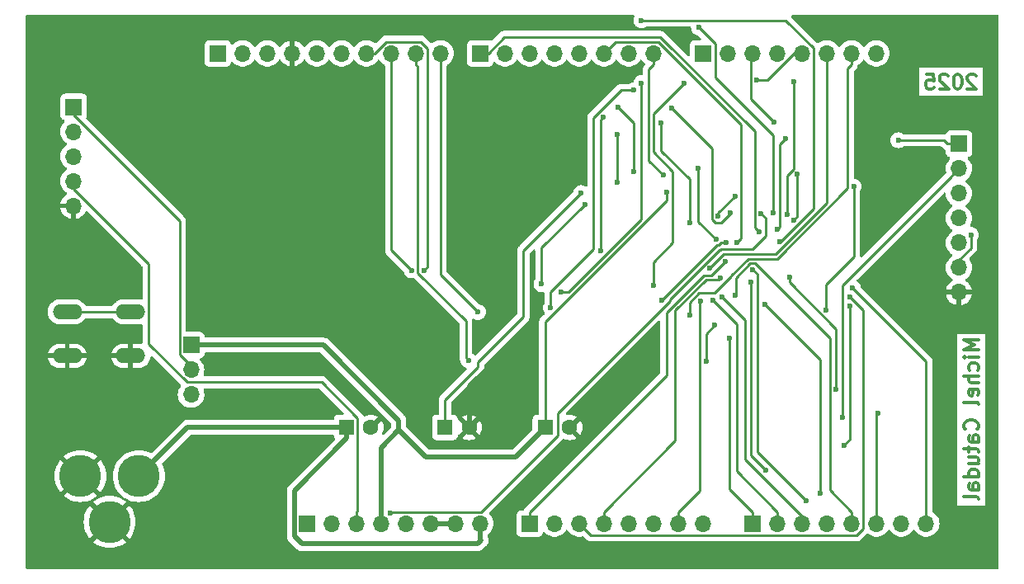
<source format=gbr>
%TF.GenerationSoftware,KiCad,Pcbnew,8.0.6*%
%TF.CreationDate,2025-01-18T20:08:40-05:00*%
%TF.ProjectId,RL78_G14_Arduino_48p,524c3738-5f47-4313-945f-41726475696e,rev?*%
%TF.SameCoordinates,Original*%
%TF.FileFunction,Copper,L2,Bot*%
%TF.FilePolarity,Positive*%
%FSLAX46Y46*%
G04 Gerber Fmt 4.6, Leading zero omitted, Abs format (unit mm)*
G04 Created by KiCad (PCBNEW 8.0.6) date 2025-01-18 20:08:40*
%MOMM*%
%LPD*%
G01*
G04 APERTURE LIST*
%ADD10C,0.300000*%
%TA.AperFunction,NonConductor*%
%ADD11C,0.300000*%
%TD*%
%TA.AperFunction,ComponentPad*%
%ADD12R,1.700000X1.700000*%
%TD*%
%TA.AperFunction,ComponentPad*%
%ADD13O,1.700000X1.700000*%
%TD*%
%TA.AperFunction,ComponentPad*%
%ADD14R,1.600000X1.600000*%
%TD*%
%TA.AperFunction,ComponentPad*%
%ADD15C,1.600000*%
%TD*%
%TA.AperFunction,ComponentPad*%
%ADD16O,3.048000X1.524000*%
%TD*%
%TA.AperFunction,ComponentPad*%
%ADD17C,4.318000*%
%TD*%
%TA.AperFunction,ViaPad*%
%ADD18C,0.600000*%
%TD*%
%TA.AperFunction,ViaPad*%
%ADD19C,0.900000*%
%TD*%
%TA.AperFunction,Conductor*%
%ADD20C,0.500000*%
%TD*%
%TA.AperFunction,Conductor*%
%ADD21C,0.250000*%
%TD*%
G04 APERTURE END LIST*
D10*
D11*
X147850828Y-58454510D02*
X146350828Y-58454510D01*
X146350828Y-58454510D02*
X147422257Y-58954510D01*
X147422257Y-58954510D02*
X146350828Y-59454510D01*
X146350828Y-59454510D02*
X147850828Y-59454510D01*
X147850828Y-60168796D02*
X146850828Y-60168796D01*
X146350828Y-60168796D02*
X146422257Y-60097368D01*
X146422257Y-60097368D02*
X146493685Y-60168796D01*
X146493685Y-60168796D02*
X146422257Y-60240225D01*
X146422257Y-60240225D02*
X146350828Y-60168796D01*
X146350828Y-60168796D02*
X146493685Y-60168796D01*
X147779400Y-61525940D02*
X147850828Y-61383082D01*
X147850828Y-61383082D02*
X147850828Y-61097368D01*
X147850828Y-61097368D02*
X147779400Y-60954511D01*
X147779400Y-60954511D02*
X147707971Y-60883082D01*
X147707971Y-60883082D02*
X147565114Y-60811654D01*
X147565114Y-60811654D02*
X147136542Y-60811654D01*
X147136542Y-60811654D02*
X146993685Y-60883082D01*
X146993685Y-60883082D02*
X146922257Y-60954511D01*
X146922257Y-60954511D02*
X146850828Y-61097368D01*
X146850828Y-61097368D02*
X146850828Y-61383082D01*
X146850828Y-61383082D02*
X146922257Y-61525940D01*
X147850828Y-62168796D02*
X146350828Y-62168796D01*
X147850828Y-62811654D02*
X147065114Y-62811654D01*
X147065114Y-62811654D02*
X146922257Y-62740225D01*
X146922257Y-62740225D02*
X146850828Y-62597368D01*
X146850828Y-62597368D02*
X146850828Y-62383082D01*
X146850828Y-62383082D02*
X146922257Y-62240225D01*
X146922257Y-62240225D02*
X146993685Y-62168796D01*
X147779400Y-64097368D02*
X147850828Y-63954511D01*
X147850828Y-63954511D02*
X147850828Y-63668797D01*
X147850828Y-63668797D02*
X147779400Y-63525939D01*
X147779400Y-63525939D02*
X147636542Y-63454511D01*
X147636542Y-63454511D02*
X147065114Y-63454511D01*
X147065114Y-63454511D02*
X146922257Y-63525939D01*
X146922257Y-63525939D02*
X146850828Y-63668797D01*
X146850828Y-63668797D02*
X146850828Y-63954511D01*
X146850828Y-63954511D02*
X146922257Y-64097368D01*
X146922257Y-64097368D02*
X147065114Y-64168797D01*
X147065114Y-64168797D02*
X147207971Y-64168797D01*
X147207971Y-64168797D02*
X147350828Y-63454511D01*
X147850828Y-65025939D02*
X147779400Y-64883082D01*
X147779400Y-64883082D02*
X147636542Y-64811653D01*
X147636542Y-64811653D02*
X146350828Y-64811653D01*
X147707971Y-67597367D02*
X147779400Y-67525939D01*
X147779400Y-67525939D02*
X147850828Y-67311653D01*
X147850828Y-67311653D02*
X147850828Y-67168796D01*
X147850828Y-67168796D02*
X147779400Y-66954510D01*
X147779400Y-66954510D02*
X147636542Y-66811653D01*
X147636542Y-66811653D02*
X147493685Y-66740224D01*
X147493685Y-66740224D02*
X147207971Y-66668796D01*
X147207971Y-66668796D02*
X146993685Y-66668796D01*
X146993685Y-66668796D02*
X146707971Y-66740224D01*
X146707971Y-66740224D02*
X146565114Y-66811653D01*
X146565114Y-66811653D02*
X146422257Y-66954510D01*
X146422257Y-66954510D02*
X146350828Y-67168796D01*
X146350828Y-67168796D02*
X146350828Y-67311653D01*
X146350828Y-67311653D02*
X146422257Y-67525939D01*
X146422257Y-67525939D02*
X146493685Y-67597367D01*
X147850828Y-68883082D02*
X147065114Y-68883082D01*
X147065114Y-68883082D02*
X146922257Y-68811653D01*
X146922257Y-68811653D02*
X146850828Y-68668796D01*
X146850828Y-68668796D02*
X146850828Y-68383082D01*
X146850828Y-68383082D02*
X146922257Y-68240224D01*
X147779400Y-68883082D02*
X147850828Y-68740224D01*
X147850828Y-68740224D02*
X147850828Y-68383082D01*
X147850828Y-68383082D02*
X147779400Y-68240224D01*
X147779400Y-68240224D02*
X147636542Y-68168796D01*
X147636542Y-68168796D02*
X147493685Y-68168796D01*
X147493685Y-68168796D02*
X147350828Y-68240224D01*
X147350828Y-68240224D02*
X147279400Y-68383082D01*
X147279400Y-68383082D02*
X147279400Y-68740224D01*
X147279400Y-68740224D02*
X147207971Y-68883082D01*
X146850828Y-69383082D02*
X146850828Y-69954510D01*
X146350828Y-69597367D02*
X147636542Y-69597367D01*
X147636542Y-69597367D02*
X147779400Y-69668796D01*
X147779400Y-69668796D02*
X147850828Y-69811653D01*
X147850828Y-69811653D02*
X147850828Y-69954510D01*
X146850828Y-71097368D02*
X147850828Y-71097368D01*
X146850828Y-70454510D02*
X147636542Y-70454510D01*
X147636542Y-70454510D02*
X147779400Y-70525939D01*
X147779400Y-70525939D02*
X147850828Y-70668796D01*
X147850828Y-70668796D02*
X147850828Y-70883082D01*
X147850828Y-70883082D02*
X147779400Y-71025939D01*
X147779400Y-71025939D02*
X147707971Y-71097368D01*
X147850828Y-72454511D02*
X146350828Y-72454511D01*
X147779400Y-72454511D02*
X147850828Y-72311653D01*
X147850828Y-72311653D02*
X147850828Y-72025939D01*
X147850828Y-72025939D02*
X147779400Y-71883082D01*
X147779400Y-71883082D02*
X147707971Y-71811653D01*
X147707971Y-71811653D02*
X147565114Y-71740225D01*
X147565114Y-71740225D02*
X147136542Y-71740225D01*
X147136542Y-71740225D02*
X146993685Y-71811653D01*
X146993685Y-71811653D02*
X146922257Y-71883082D01*
X146922257Y-71883082D02*
X146850828Y-72025939D01*
X146850828Y-72025939D02*
X146850828Y-72311653D01*
X146850828Y-72311653D02*
X146922257Y-72454511D01*
X147850828Y-73811654D02*
X147065114Y-73811654D01*
X147065114Y-73811654D02*
X146922257Y-73740225D01*
X146922257Y-73740225D02*
X146850828Y-73597368D01*
X146850828Y-73597368D02*
X146850828Y-73311654D01*
X146850828Y-73311654D02*
X146922257Y-73168796D01*
X147779400Y-73811654D02*
X147850828Y-73668796D01*
X147850828Y-73668796D02*
X147850828Y-73311654D01*
X147850828Y-73311654D02*
X147779400Y-73168796D01*
X147779400Y-73168796D02*
X147636542Y-73097368D01*
X147636542Y-73097368D02*
X147493685Y-73097368D01*
X147493685Y-73097368D02*
X147350828Y-73168796D01*
X147350828Y-73168796D02*
X147279400Y-73311654D01*
X147279400Y-73311654D02*
X147279400Y-73668796D01*
X147279400Y-73668796D02*
X147207971Y-73811654D01*
X147850828Y-74740225D02*
X147779400Y-74597368D01*
X147779400Y-74597368D02*
X147636542Y-74525939D01*
X147636542Y-74525939D02*
X146350828Y-74525939D01*
D10*
D11*
X147566917Y-31293685D02*
X147495489Y-31222257D01*
X147495489Y-31222257D02*
X147352632Y-31150828D01*
X147352632Y-31150828D02*
X146995489Y-31150828D01*
X146995489Y-31150828D02*
X146852632Y-31222257D01*
X146852632Y-31222257D02*
X146781203Y-31293685D01*
X146781203Y-31293685D02*
X146709774Y-31436542D01*
X146709774Y-31436542D02*
X146709774Y-31579400D01*
X146709774Y-31579400D02*
X146781203Y-31793685D01*
X146781203Y-31793685D02*
X147638346Y-32650828D01*
X147638346Y-32650828D02*
X146709774Y-32650828D01*
X145781203Y-31150828D02*
X145638346Y-31150828D01*
X145638346Y-31150828D02*
X145495489Y-31222257D01*
X145495489Y-31222257D02*
X145424061Y-31293685D01*
X145424061Y-31293685D02*
X145352632Y-31436542D01*
X145352632Y-31436542D02*
X145281203Y-31722257D01*
X145281203Y-31722257D02*
X145281203Y-32079400D01*
X145281203Y-32079400D02*
X145352632Y-32365114D01*
X145352632Y-32365114D02*
X145424061Y-32507971D01*
X145424061Y-32507971D02*
X145495489Y-32579400D01*
X145495489Y-32579400D02*
X145638346Y-32650828D01*
X145638346Y-32650828D02*
X145781203Y-32650828D01*
X145781203Y-32650828D02*
X145924061Y-32579400D01*
X145924061Y-32579400D02*
X145995489Y-32507971D01*
X145995489Y-32507971D02*
X146066918Y-32365114D01*
X146066918Y-32365114D02*
X146138346Y-32079400D01*
X146138346Y-32079400D02*
X146138346Y-31722257D01*
X146138346Y-31722257D02*
X146066918Y-31436542D01*
X146066918Y-31436542D02*
X145995489Y-31293685D01*
X145995489Y-31293685D02*
X145924061Y-31222257D01*
X145924061Y-31222257D02*
X145781203Y-31150828D01*
X144709775Y-31293685D02*
X144638347Y-31222257D01*
X144638347Y-31222257D02*
X144495490Y-31150828D01*
X144495490Y-31150828D02*
X144138347Y-31150828D01*
X144138347Y-31150828D02*
X143995490Y-31222257D01*
X143995490Y-31222257D02*
X143924061Y-31293685D01*
X143924061Y-31293685D02*
X143852632Y-31436542D01*
X143852632Y-31436542D02*
X143852632Y-31579400D01*
X143852632Y-31579400D02*
X143924061Y-31793685D01*
X143924061Y-31793685D02*
X144781204Y-32650828D01*
X144781204Y-32650828D02*
X143852632Y-32650828D01*
X142495490Y-31150828D02*
X143209776Y-31150828D01*
X143209776Y-31150828D02*
X143281204Y-31865114D01*
X143281204Y-31865114D02*
X143209776Y-31793685D01*
X143209776Y-31793685D02*
X143066919Y-31722257D01*
X143066919Y-31722257D02*
X142709776Y-31722257D01*
X142709776Y-31722257D02*
X142566919Y-31793685D01*
X142566919Y-31793685D02*
X142495490Y-31865114D01*
X142495490Y-31865114D02*
X142424061Y-32007971D01*
X142424061Y-32007971D02*
X142424061Y-32365114D01*
X142424061Y-32365114D02*
X142495490Y-32507971D01*
X142495490Y-32507971D02*
X142566919Y-32579400D01*
X142566919Y-32579400D02*
X142709776Y-32650828D01*
X142709776Y-32650828D02*
X143066919Y-32650828D01*
X143066919Y-32650828D02*
X143209776Y-32579400D01*
X143209776Y-32579400D02*
X143281204Y-32507971D01*
D12*
%TO.P,J3,1,Pin_1*%
%TO.N,Net-(J3-Pin_1)*%
X101802000Y-77260000D03*
D13*
%TO.P,J3,2,Pin_2*%
%TO.N,Net-(J3-Pin_2)*%
X104342000Y-77260000D03*
%TO.P,J3,3,Pin_3*%
%TO.N,Net-(J3-Pin_3)*%
X106882000Y-77260000D03*
%TO.P,J3,4,Pin_4*%
%TO.N,Net-(J3-Pin_4)*%
X109422000Y-77260000D03*
%TO.P,J3,5,Pin_5*%
%TO.N,Net-(J3-Pin_5)*%
X111962000Y-77260000D03*
%TO.P,J3,6,Pin_6*%
%TO.N,Net-(J3-Pin_6)*%
X114502000Y-77260000D03*
%TO.P,J3,7,Pin_7*%
%TO.N,Net-(J3-Pin_7)*%
X117042000Y-77260000D03*
%TO.P,J3,8,Pin_8*%
%TO.N,Net-(J3-Pin_8)*%
X119582000Y-77260000D03*
%TD*%
D12*
%TO.P,J2,1,Pin_1*%
%TO.N,/SCL*%
X69798000Y-29000000D03*
D13*
%TO.P,J2,2,Pin_2*%
%TO.N,/SDA*%
X72338000Y-29000000D03*
%TO.P,J2,3,Pin_3*%
%TO.N,VCC*%
X74878000Y-29000000D03*
%TO.P,J2,4,Pin_4*%
%TO.N,GND*%
X77418000Y-29000000D03*
%TO.P,J2,5,Pin_5*%
%TO.N,Net-(J2-Pin_5)*%
X79958000Y-29000000D03*
%TO.P,J2,6,Pin_6*%
%TO.N,Net-(J2-Pin_6)*%
X82498000Y-29000000D03*
%TO.P,J2,7,Pin_7*%
%TO.N,/P73*%
X85038000Y-29000000D03*
%TO.P,J2,8,Pin_8*%
%TO.N,/P74*%
X87578000Y-29000000D03*
%TO.P,J2,9,Pin_9*%
%TO.N,/P16*%
X90118000Y-29000000D03*
%TO.P,J2,10,Pin_10*%
%TO.N,/P17*%
X92658000Y-29000000D03*
%TD*%
D12*
%TO.P,J4,1,Pin_1*%
%TO.N,Net-(J4-Pin_1)*%
X96722000Y-29000000D03*
D13*
%TO.P,J4,2,Pin_2*%
%TO.N,Net-(J4-Pin_2)*%
X99262000Y-29000000D03*
%TO.P,J4,3,Pin_3*%
%TO.N,Net-(J4-Pin_3)*%
X101802000Y-29000000D03*
%TO.P,J4,4,Pin_4*%
%TO.N,Net-(J4-Pin_4)*%
X104342000Y-29000000D03*
%TO.P,J4,5,Pin_5*%
%TO.N,Net-(J4-Pin_5)*%
X106882000Y-29000000D03*
%TO.P,J4,6,Pin_6*%
%TO.N,Net-(J4-Pin_6)*%
X109422000Y-29000000D03*
%TO.P,J4,7,Pin_7*%
%TO.N,Net-(J4-Pin_7)*%
X111962000Y-29000000D03*
%TO.P,J4,8,Pin_8*%
%TO.N,Net-(J4-Pin_8)*%
X114502000Y-29000000D03*
%TD*%
D12*
%TO.P,J6,1,Pin_1*%
%TO.N,/SCK_21*%
X119582000Y-29000000D03*
D13*
%TO.P,J6,2,Pin_2*%
%TO.N,/MISO_21*%
X122122000Y-29000000D03*
%TO.P,J6,3,Pin_3*%
%TO.N,/MOSI_21*%
X124662000Y-29000000D03*
%TO.P,J6,4,Pin_4*%
%TO.N,/CS_21*%
X127202000Y-29000000D03*
%TO.P,J6,5,Pin_5*%
%TO.N,/SCK_11*%
X129742000Y-29000000D03*
%TO.P,J6,6,Pin_6*%
%TO.N,/MISO_11*%
X132282000Y-29000000D03*
%TO.P,J6,7,Pin_7*%
%TO.N,/MOSI_11*%
X134822000Y-29000000D03*
%TO.P,J6,8,Pin_8*%
%TO.N,/CS_11*%
X137362000Y-29000000D03*
%TD*%
D14*
%TO.P,C4,1*%
%TO.N,+5V*%
X93102000Y-67400000D03*
D15*
%TO.P,C4,2*%
%TO.N,GND*%
X95602000Y-67400000D03*
%TD*%
D12*
%TO.P,J7,1,Pin_1*%
%TO.N,+5V*%
X145850000Y-38300000D03*
D13*
%TO.P,J7,2,Pin_2*%
%TO.N,VCC*%
X145850000Y-40840000D03*
%TO.P,J7,3,Pin_3*%
%TO.N,+3.3V*%
X145850000Y-43380000D03*
%TO.P,J7,4,Pin_4*%
%TO.N,Net-(J7-Pin_4)*%
X145850000Y-45920000D03*
%TO.P,J7,5,Pin_5*%
%TO.N,/P121*%
X145850000Y-48460000D03*
%TO.P,J7,6,Pin_6*%
%TO.N,/P122*%
X145850000Y-51000000D03*
%TO.P,J7,7,Pin_7*%
%TO.N,GND*%
X145850000Y-53540000D03*
%TD*%
D16*
%TO.P,S1,1,S*%
%TO.N,Net-(S1-S)*%
X54350800Y-55539400D03*
%TO.P,S1,2,S1*%
X60853200Y-55539400D03*
%TO.P,S1,3,P*%
%TO.N,GND*%
X54350800Y-60060600D03*
%TO.P,S1,4,P1*%
X60853200Y-60060600D03*
%TD*%
D14*
%TO.P,C2,1*%
%TO.N,/Vin*%
X83002000Y-67400000D03*
D15*
%TO.P,C2,2*%
%TO.N,GND*%
X85502000Y-67400000D03*
%TD*%
D12*
%TO.P,J1,1,Pin_1*%
%TO.N,unconnected-(J1-Pin_1-Pad1)*%
X78942000Y-77260000D03*
D13*
%TO.P,J1,2,Pin_2*%
%TO.N,VCC*%
X81482000Y-77260000D03*
%TO.P,J1,3,Pin_3*%
%TO.N,/~{RESET}*%
X84022000Y-77260000D03*
%TO.P,J1,4,Pin_4*%
%TO.N,+3.3V*%
X86562000Y-77260000D03*
%TO.P,J1,5,Pin_5*%
%TO.N,+5V*%
X89102000Y-77260000D03*
%TO.P,J1,6,Pin_6*%
%TO.N,GND*%
X91642000Y-77260000D03*
%TO.P,J1,7,Pin_7*%
X94182000Y-77260000D03*
%TO.P,J1,8,Pin_8*%
%TO.N,/Vin*%
X96722000Y-77260000D03*
%TD*%
D17*
%TO.P,P2,GND,GND*%
%TO.N,GND*%
X55700000Y-72400000D03*
%TO.P,P2,GNDBREAK,GNDBREAK*%
X58700000Y-77100000D03*
%TO.P,P2,PWR,PWR*%
%TO.N,/Vin*%
X61700000Y-72400000D03*
%TD*%
D14*
%TO.P,C6,1*%
%TO.N,+3.3V*%
X103402000Y-67400000D03*
D15*
%TO.P,C6,2*%
%TO.N,GND*%
X105902000Y-67400000D03*
%TD*%
D12*
%TO.P,JP1,1,A*%
%TO.N,+3.3V*%
X67052000Y-58960000D03*
D13*
%TO.P,JP1,2,C*%
%TO.N,VCC*%
X67052000Y-61500000D03*
%TO.P,JP1,3,B*%
%TO.N,+5V*%
X67052000Y-64040000D03*
%TD*%
D12*
%TO.P,P3,1,Pin_1*%
%TO.N,VCC*%
X55000000Y-34500000D03*
D13*
%TO.P,P3,2,Pin_2*%
%TO.N,Net-(P3-Pin_2)*%
X55000000Y-37040000D03*
%TO.P,P3,3,Pin_3*%
%TO.N,Net-(P3-Pin_3)*%
X55000000Y-39580000D03*
%TO.P,P3,4,Pin_4*%
%TO.N,/~{RESET}*%
X55000000Y-42120000D03*
%TO.P,P3,5,Pin_5*%
%TO.N,GND*%
X55000000Y-44660000D03*
%TD*%
D12*
%TO.P,J5,1,Pin_1*%
%TO.N,/SCK_20*%
X124700000Y-77260000D03*
D13*
%TO.P,J5,2,Pin_2*%
%TO.N,/MISO_20*%
X127240000Y-77260000D03*
%TO.P,J5,3,Pin_3*%
%TO.N,/MOSI_20*%
X129780000Y-77260000D03*
%TO.P,J5,4,Pin_4*%
%TO.N,/CS_20*%
X132320000Y-77260000D03*
%TO.P,J5,5,Pin_5*%
%TO.N,/SCK_00*%
X134860000Y-77260000D03*
%TO.P,J5,6,Pin_6*%
%TO.N,/MISO_00*%
X137400000Y-77260000D03*
%TO.P,J5,7,Pin_7*%
%TO.N,/MOSI_00*%
X139940000Y-77260000D03*
%TO.P,J5,8,Pin_8*%
%TO.N,/CS_00*%
X142480000Y-77260000D03*
%TD*%
D18*
%TO.N,GND*%
X100000000Y-53700000D03*
D19*
X99150000Y-59650000D03*
D18*
X89550000Y-66200000D03*
X107700000Y-32000000D03*
X103300000Y-34650000D03*
%TO.N,/P122*%
X120912500Y-48076900D03*
X147064700Y-47645900D03*
X119115500Y-40789500D03*
%TO.N,+3.3V*%
X115863600Y-43284400D03*
%TO.N,/P121*%
X121145000Y-45736500D03*
X122847400Y-43685500D03*
%TO.N,Net-(J4-Pin_3)*%
X119156900Y-26350000D03*
X126802700Y-45366600D03*
%TO.N,Net-(J4-Pin_4)*%
X113262700Y-25617500D03*
X127428000Y-48302600D03*
%TO.N,/MISO_00*%
X137509700Y-65948000D03*
%TO.N,/MOSI_20*%
X121544900Y-54016800D03*
%TO.N,/MISO_21*%
X117643000Y-32059000D03*
X114500000Y-52825300D03*
%TO.N,/SCK_21*%
X105050000Y-53500000D03*
X113262700Y-32048400D03*
%TO.N,/CS_20*%
X130152200Y-74951600D03*
X124686700Y-51214500D03*
%TO.N,/MOSI_21*%
X107450000Y-44500000D03*
X126900000Y-36100000D03*
X110750000Y-37350000D03*
X103000000Y-52700000D03*
X110750000Y-42250000D03*
%TO.N,/SCK_20*%
X122327200Y-58236900D03*
%TO.N,/MISO_20*%
X120619400Y-54361200D03*
%TO.N,Net-(J4-Pin_2)*%
X110847100Y-34562100D03*
X135054900Y-42694600D03*
X132161600Y-55332000D03*
X112463400Y-41129200D03*
%TO.N,/SCK_00*%
X122845800Y-53884900D03*
%TO.N,Net-(J4-Pin_8)*%
X115514500Y-41505600D03*
X129240100Y-41428000D03*
X128856000Y-46107000D03*
%TO.N,/CS_00*%
X134929300Y-53043400D03*
%TO.N,/MOSI_11*%
X118204800Y-55855700D03*
%TO.N,Net-(J4-Pin_1)*%
X125361700Y-47363700D03*
%TO.N,Net-(J4-Pin_7)*%
X128221400Y-45514100D03*
X128883400Y-31945400D03*
%TO.N,/CS_11*%
X109085800Y-49308200D03*
X109355200Y-35518600D03*
%TO.N,/MISO_11*%
X120299600Y-51016600D03*
%TO.N,+5V*%
X107061700Y-43350700D03*
X139628600Y-37927900D03*
%TO.N,Net-(J3-Pin_3)*%
X134677500Y-54008300D03*
%TO.N,Net-(J3-Pin_2)*%
X128446400Y-51965100D03*
X133237200Y-63510000D03*
%TO.N,Net-(J3-Pin_4)*%
X121397600Y-52093400D03*
%TO.N,Net-(J3-Pin_6)*%
X134670300Y-54951400D03*
X134037200Y-69230000D03*
%TO.N,/SCK_11*%
X103947600Y-55136200D03*
X112511400Y-32776700D03*
X125126300Y-31747400D03*
%TO.N,Net-(P3-Pin_2)*%
X127205700Y-47030600D03*
X128018500Y-37770000D03*
%TO.N,Net-(J3-Pin_7)*%
X119307000Y-54412900D03*
%TO.N,Net-(J3-Pin_5)*%
X126022600Y-71814500D03*
X124452300Y-52469700D03*
%TO.N,Net-(J3-Pin_1)*%
X121853800Y-50347400D03*
%TO.N,Net-(J3-Pin_8)*%
X131638900Y-74175500D03*
X125898000Y-54746700D03*
%TO.N,Net-(S1-S)*%
X115368900Y-54317300D03*
X121989600Y-48443900D03*
%TO.N,VCC*%
X118192700Y-46383200D03*
X115300000Y-36143600D03*
X133889200Y-66370000D03*
%TO.N,/~{RESET}*%
X87493700Y-76161700D03*
X125536700Y-45424000D03*
%TO.N,/P17*%
X96496600Y-55555300D03*
%TO.N,/P74*%
X89685900Y-51290900D03*
%TO.N,/P16*%
X119883500Y-60650000D03*
X120781000Y-56890400D03*
X95498600Y-60496800D03*
%TO.N,/P73*%
X90945100Y-51292900D03*
%TO.N,Net-(J4-Pin_6)*%
X123067900Y-48402700D03*
%TO.N,Net-(J4-Pin_5)*%
X116385900Y-34644600D03*
X122378800Y-45354100D03*
%TD*%
D20*
%TO.N,+3.3V*%
X88375000Y-66675000D02*
X88375000Y-67675000D01*
D21*
%TO.N,VCC*%
X67052000Y-61500000D02*
X67052000Y-61132300D01*
X55000000Y-35309000D02*
X55000000Y-34500000D01*
X67052000Y-61132300D02*
X65875300Y-59955600D01*
X65875300Y-59955600D02*
X65875300Y-46184300D01*
X65875300Y-46184300D02*
X55000000Y-35309000D01*
D20*
%TO.N,/Vin*%
X96450000Y-79350000D02*
X96800000Y-79000000D01*
X96800000Y-79000000D02*
X96722000Y-78922000D01*
X83002000Y-68526700D02*
X77642000Y-73886700D01*
X77642000Y-73886700D02*
X77642000Y-78560000D01*
X77642000Y-78560000D02*
X78432000Y-79350000D01*
X78432000Y-79350000D02*
X96450000Y-79350000D01*
X96722000Y-78922000D02*
X96722000Y-77260000D01*
%TO.N,+3.3V*%
X67052000Y-58960000D02*
X80660000Y-58960000D01*
X80660000Y-58960000D02*
X88375000Y-66675000D01*
X88375000Y-67675000D02*
X91100000Y-70400000D01*
X88375000Y-67675000D02*
X86562000Y-69488000D01*
X86562000Y-69488000D02*
X86562000Y-77260000D01*
X91100000Y-70400000D02*
X100402000Y-70400000D01*
X100402000Y-70400000D02*
X103402000Y-67400000D01*
%TO.N,GND*%
X95602000Y-63198000D02*
X99150000Y-59650000D01*
X95602000Y-67400000D02*
X95602000Y-63198000D01*
D21*
%TO.N,/P122*%
X120912500Y-48076900D02*
X119115500Y-46279900D01*
X147064700Y-47645900D02*
X147064700Y-48976300D01*
X145850000Y-50191000D02*
X145850000Y-51000000D01*
X147064700Y-48976300D02*
X145850000Y-50191000D01*
X119115500Y-46279900D02*
X119115500Y-40789500D01*
%TO.N,+3.3V*%
X103402000Y-67400000D02*
X103402000Y-56568100D01*
X115863600Y-44106500D02*
X115863600Y-43284400D01*
X103402000Y-56568100D02*
X115863600Y-44106500D01*
%TO.N,/P121*%
X121145000Y-45387900D02*
X122847400Y-43685500D01*
X121145000Y-45736500D02*
X121145000Y-45387900D01*
%TO.N,Net-(J4-Pin_3)*%
X120852000Y-30152100D02*
X120850000Y-30154100D01*
X120850000Y-31500000D02*
X126802700Y-37452700D01*
X119156900Y-26350000D02*
X120852000Y-28045100D01*
X120852000Y-28045100D02*
X120852000Y-30152100D01*
X120850000Y-30154100D02*
X120850000Y-31500000D01*
X126802700Y-37452700D02*
X126802700Y-45366600D01*
%TO.N,Net-(J4-Pin_4)*%
X127546700Y-48302600D02*
X130919700Y-44929600D01*
X130919700Y-28458900D02*
X128078300Y-25617500D01*
X130919700Y-44929600D02*
X130919700Y-28458900D01*
X127428000Y-48302600D02*
X127546700Y-48302600D01*
X128078300Y-25617500D02*
X113262700Y-25617500D01*
%TO.N,/MISO_00*%
X137509700Y-65948000D02*
X137400000Y-66057700D01*
X137400000Y-66057700D02*
X137400000Y-77260000D01*
%TO.N,/MOSI_20*%
X123908000Y-56379900D02*
X121544900Y-54016800D01*
X129780000Y-77260000D02*
X129780000Y-76524600D01*
X129780000Y-76524600D02*
X123908000Y-70652600D01*
X123908000Y-70652600D02*
X123908000Y-56379900D01*
%TO.N,/MISO_21*%
X114479300Y-35222700D02*
X117643000Y-32059000D01*
X114500000Y-50425300D02*
X116491100Y-48434200D01*
X116491100Y-41122300D02*
X114479300Y-39110500D01*
X114500000Y-52825300D02*
X114500000Y-50425300D01*
X114479300Y-39110500D02*
X114479300Y-35222700D01*
X116491100Y-48434200D02*
X116491100Y-41122300D01*
%TO.N,/SCK_21*%
X105050000Y-53500000D02*
X105780300Y-53500000D01*
X105780300Y-53500000D02*
X113262700Y-46017600D01*
X113262700Y-46017600D02*
X113262700Y-32048400D01*
%TO.N,/CS_20*%
X130152200Y-74951600D02*
X125147500Y-69946900D01*
X125147500Y-69946900D02*
X125147500Y-51675300D01*
X125147500Y-51675300D02*
X124686700Y-51214500D01*
%TO.N,/MOSI_21*%
X110750000Y-42250000D02*
X110750000Y-37350000D01*
X103000000Y-52700000D02*
X103000000Y-48950000D01*
X103000000Y-48950000D02*
X107450000Y-44500000D01*
X124501300Y-29160700D02*
X124662000Y-29000000D01*
X126900000Y-36100000D02*
X124501300Y-33701300D01*
X124501300Y-33701300D02*
X124501300Y-29160700D01*
%TO.N,/SCK_20*%
X122327200Y-58236900D02*
X122327200Y-73710500D01*
X122327200Y-73710500D02*
X124700000Y-76083300D01*
X124700000Y-77260000D02*
X124700000Y-76083300D01*
%TO.N,/MISO_20*%
X127240000Y-77260000D02*
X127240000Y-76083300D01*
X123045200Y-71888500D02*
X127240000Y-76083300D01*
X123045200Y-56787000D02*
X123045200Y-71888500D01*
X120619400Y-54361200D02*
X123045200Y-56787000D01*
%TO.N,Net-(J4-Pin_2)*%
X110847100Y-34562100D02*
X112463400Y-36178400D01*
X135054900Y-49823200D02*
X132161600Y-52716500D01*
X135054900Y-42694600D02*
X135054900Y-49823200D01*
X112463400Y-36178400D02*
X112463400Y-41129200D01*
X132161600Y-52716500D02*
X132161600Y-55332000D01*
%TO.N,/SCK_00*%
X132583500Y-73806800D02*
X134860000Y-76083300D01*
X132583500Y-58209500D02*
X132583500Y-73806800D01*
X122845800Y-53884900D02*
X122932300Y-53798400D01*
X122932300Y-52055600D02*
X124415600Y-50572300D01*
X124415600Y-50572300D02*
X124946300Y-50572300D01*
X122932300Y-53798400D02*
X122932300Y-52055600D01*
X134860000Y-77260000D02*
X134860000Y-76083300D01*
X124946300Y-50572300D02*
X132583500Y-58209500D01*
%TO.N,Net-(J4-Pin_8)*%
X114502000Y-29000000D02*
X114502000Y-30176700D01*
X129240100Y-41428000D02*
X129240100Y-45722900D01*
X114026100Y-30652600D02*
X114026100Y-40017200D01*
X114502000Y-30176700D02*
X114026100Y-30652600D01*
X129240100Y-45722900D02*
X128856000Y-46107000D01*
X114026100Y-40017200D02*
X115514500Y-41505600D01*
%TO.N,/CS_00*%
X142480000Y-60594100D02*
X134929300Y-53043400D01*
X142480000Y-77260000D02*
X142480000Y-60594100D01*
%TO.N,/MOSI_11*%
X134822000Y-29000000D02*
X134822000Y-30176700D01*
X118204800Y-54592700D02*
X118204800Y-55855700D01*
X119183900Y-53613600D02*
X118204800Y-54592700D01*
X120782900Y-53613600D02*
X119183900Y-53613600D01*
X122480600Y-51915900D02*
X120782900Y-53613600D01*
X134822000Y-30176700D02*
X134428200Y-30570500D01*
X134428200Y-30570500D02*
X134428200Y-42867400D01*
X124204400Y-50079900D02*
X122480600Y-51803700D01*
X134428200Y-42867400D02*
X127215700Y-50079900D01*
X127215700Y-50079900D02*
X124204400Y-50079900D01*
X122480600Y-51803700D02*
X122480600Y-51915900D01*
%TO.N,Net-(J4-Pin_1)*%
X125361700Y-47363700D02*
X124877400Y-46879400D01*
X99199600Y-27331400D02*
X97531000Y-29000000D01*
X97531000Y-29000000D02*
X96722000Y-29000000D01*
X124877400Y-37026100D02*
X115182700Y-27331400D01*
X124877400Y-46879400D02*
X124877400Y-37026100D01*
X115182700Y-27331400D02*
X99199600Y-27331400D01*
%TO.N,Net-(J4-Pin_7)*%
X128883400Y-31945400D02*
X128883400Y-40898500D01*
X128883400Y-40898500D02*
X128221400Y-41560500D01*
X128221400Y-41560500D02*
X128221400Y-45514100D01*
%TO.N,/CS_11*%
X109085800Y-35788000D02*
X109085800Y-49308200D01*
X109355200Y-35518600D02*
X109085800Y-35788000D01*
%TO.N,/MISO_11*%
X121729100Y-49585900D02*
X120299600Y-51015400D01*
X127041400Y-49585900D02*
X121729100Y-49585900D01*
X132282000Y-44345300D02*
X127041400Y-49585900D01*
X132282000Y-29000000D02*
X132282000Y-44345300D01*
X120299600Y-51015400D02*
X120299600Y-51016600D01*
%TO.N,+5V*%
X96500000Y-61179900D02*
X96500000Y-60700000D01*
X101151700Y-49260700D02*
X107061700Y-43350700D01*
X93102000Y-64577900D02*
X96500000Y-61179900D01*
X96500000Y-60700000D02*
X101151700Y-56048300D01*
X101151700Y-56048300D02*
X101151700Y-49260700D01*
X144301200Y-37927900D02*
X144673300Y-38300000D01*
X139628600Y-37927900D02*
X144301200Y-37927900D01*
X93102000Y-67400000D02*
X93102000Y-64577900D01*
X145850000Y-38300000D02*
X144673300Y-38300000D01*
%TO.N,Net-(J3-Pin_3)*%
X136045800Y-55376600D02*
X134677500Y-54008300D01*
X108063400Y-78441400D02*
X135368600Y-78441400D01*
X136045800Y-77764200D02*
X136045800Y-55376600D01*
X106882000Y-77260000D02*
X108063400Y-78441400D01*
X135368600Y-78441400D02*
X136045800Y-77764200D01*
%TO.N,Net-(J3-Pin_2)*%
X128446400Y-52503000D02*
X133237200Y-57293800D01*
X128446400Y-51965100D02*
X128446400Y-52503000D01*
X133237200Y-57293800D02*
X133237200Y-63510000D01*
%TO.N,Net-(J3-Pin_4)*%
X116742200Y-68763100D02*
X109422000Y-76083300D01*
X121397600Y-52093400D02*
X121249300Y-52241700D01*
X109422000Y-77260000D02*
X109422000Y-76083300D01*
X121249300Y-52241700D02*
X119883300Y-52241700D01*
X119883300Y-52241700D02*
X116742200Y-55382800D01*
X116742200Y-55382800D02*
X116742200Y-68763100D01*
%TO.N,Net-(J3-Pin_6)*%
X134037200Y-69230000D02*
X134670300Y-68596900D01*
X134670300Y-68596900D02*
X134670300Y-54951400D01*
%TO.N,/SCK_11*%
X103947600Y-55136200D02*
X103947600Y-53506400D01*
X129742000Y-29000000D02*
X128933000Y-29000000D01*
X108322000Y-49132000D02*
X108322000Y-35637900D01*
X128933000Y-29000000D02*
X126185600Y-31747400D01*
X111183200Y-32776700D02*
X112511400Y-32776700D01*
X103947600Y-53506400D02*
X108322000Y-49132000D01*
X108322000Y-35637900D02*
X111183200Y-32776700D01*
X126185600Y-31747400D02*
X125126300Y-31747400D01*
%TO.N,Net-(P3-Pin_2)*%
X127429400Y-38359100D02*
X128018500Y-37770000D01*
X127205700Y-47030600D02*
X127429400Y-46806900D01*
X127429400Y-46806900D02*
X127429400Y-38359100D01*
%TO.N,Net-(J3-Pin_7)*%
X119256800Y-73868500D02*
X117042000Y-76083300D01*
X119256800Y-54463100D02*
X119256800Y-73868500D01*
X119307000Y-54412900D02*
X119256800Y-54463100D01*
X117042000Y-77260000D02*
X117042000Y-76083300D01*
%TO.N,Net-(J3-Pin_5)*%
X126022600Y-71814500D02*
X124452300Y-70244200D01*
X124452300Y-70244200D02*
X124452300Y-52469700D01*
%TO.N,Net-(J3-Pin_1)*%
X115838700Y-62046600D02*
X115838700Y-55612800D01*
X101802000Y-76083300D02*
X115838700Y-62046600D01*
X115838700Y-55612800D02*
X119661500Y-51790000D01*
X121853800Y-50349000D02*
X121853800Y-50347400D01*
X119661500Y-51790000D02*
X120412800Y-51790000D01*
X120412800Y-51790000D02*
X121853800Y-50349000D01*
X101802000Y-77260000D02*
X101802000Y-76083300D01*
%TO.N,Net-(J3-Pin_8)*%
X131638900Y-74175500D02*
X131638900Y-60487600D01*
X131638900Y-60487600D02*
X125898000Y-54746700D01*
D20*
%TO.N,/Vin*%
X66700000Y-67400000D02*
X83002000Y-67400000D01*
X83002000Y-68526700D02*
X83002000Y-67400000D01*
X61700000Y-72400000D02*
X66700000Y-67400000D01*
D21*
%TO.N,Net-(S1-S)*%
X120982600Y-48703600D02*
X121172100Y-48703600D01*
X115368900Y-54317300D02*
X120982600Y-48703600D01*
X60853200Y-55539400D02*
X54350800Y-55539400D01*
X121172100Y-48703600D02*
X121431800Y-48443900D01*
X121431800Y-48443900D02*
X121989600Y-48443900D01*
%TO.N,VCC*%
X115300000Y-36143600D02*
X115300000Y-39019800D01*
X118192700Y-41912500D02*
X118192700Y-46383200D01*
X144900000Y-41790000D02*
X144900000Y-41800000D01*
X144900000Y-41800000D02*
X133889200Y-52810800D01*
X133889200Y-52810800D02*
X133889200Y-66370000D01*
X115300000Y-39019800D02*
X118192700Y-41912500D01*
X145850000Y-40840000D02*
X144900000Y-41790000D01*
%TO.N,/~{RESET}*%
X66644700Y-62770000D02*
X80479900Y-62770000D01*
X87493700Y-76161700D02*
X87572100Y-76083300D01*
X84022000Y-76083300D02*
X84022000Y-77260000D01*
X84139500Y-66429600D02*
X84139500Y-75965800D01*
X84139500Y-75965800D02*
X84022000Y-76083300D01*
X55000000Y-42120000D02*
X55000000Y-42929000D01*
X121265700Y-49155300D02*
X121359200Y-49155300D01*
X104652000Y-68216100D02*
X104652000Y-65922100D01*
X104652000Y-65922100D02*
X116172900Y-54401200D01*
X96784800Y-76083300D02*
X104652000Y-68216100D01*
X55000000Y-42929000D02*
X62703900Y-50632900D01*
X125988500Y-45875800D02*
X125536700Y-45424000D01*
X121359200Y-49155300D02*
X121443900Y-49070600D01*
X124629900Y-49070600D02*
X125988500Y-47712000D01*
X87572100Y-76083300D02*
X96784800Y-76083300D01*
X116172900Y-54248100D02*
X121265700Y-49155300D01*
X62703900Y-58829200D02*
X66644700Y-62770000D01*
X116172900Y-54401200D02*
X116172900Y-54248100D01*
X125988500Y-47712000D02*
X125988500Y-45875800D01*
X80479900Y-62770000D02*
X84139500Y-66429600D01*
X121443900Y-49070600D02*
X124629900Y-49070600D01*
X62703900Y-50632900D02*
X62703900Y-58829200D01*
%TO.N,/P17*%
X92658000Y-51716700D02*
X96496600Y-55555300D01*
X92658000Y-29000000D02*
X92658000Y-51716700D01*
%TO.N,/P74*%
X87578000Y-29000000D02*
X87578000Y-49183000D01*
X87578000Y-49183000D02*
X89685900Y-51290900D01*
%TO.N,/P16*%
X90118000Y-30176700D02*
X90320100Y-30378800D01*
X90320100Y-30378800D02*
X90320100Y-51551784D01*
X90118000Y-29000000D02*
X90118000Y-30176700D01*
X95250000Y-56481684D02*
X95250000Y-60248200D01*
X119883500Y-57787900D02*
X120781000Y-56890400D01*
X90320100Y-51551784D02*
X95250000Y-56481684D01*
X119883500Y-60650000D02*
X119883500Y-57787900D01*
X95250000Y-60248200D02*
X95498600Y-60496800D01*
%TO.N,/P73*%
X87031900Y-27815100D02*
X90627400Y-27815100D01*
X85038000Y-29000000D02*
X85847000Y-29000000D01*
X85847000Y-29000000D02*
X87031900Y-27815100D01*
X90627400Y-27815100D02*
X91332600Y-28520300D01*
X91332600Y-50905400D02*
X90945100Y-51292900D01*
X91332600Y-28520300D02*
X91332600Y-50905400D01*
%TO.N,Net-(J4-Pin_6)*%
X123474100Y-36296600D02*
X114990600Y-27813100D01*
X123474100Y-47996500D02*
X123474100Y-36296600D01*
X123067900Y-48402700D02*
X123474100Y-47996500D01*
X110608900Y-27813100D02*
X109422000Y-29000000D01*
X114990600Y-27813100D02*
X110608900Y-27813100D01*
%TO.N,Net-(J4-Pin_5)*%
X116385900Y-34644600D02*
X120518300Y-38777000D01*
X122378800Y-45436400D02*
X122378800Y-45354100D01*
X120890500Y-46398100D02*
X121417100Y-46398100D01*
X121417100Y-46398100D02*
X122378800Y-45436400D01*
X120518300Y-38777000D02*
X120518300Y-46025900D01*
X120518300Y-46025900D02*
X120890500Y-46398100D01*
%TD*%
%TA.AperFunction,Conductor*%
%TO.N,GND*%
G36*
X112491082Y-25095185D02*
G01*
X112536837Y-25147989D01*
X112546781Y-25217147D01*
X112531848Y-25257809D01*
X112532679Y-25258209D01*
X112529658Y-25264480D01*
X112469482Y-25436453D01*
X112469481Y-25436458D01*
X112449084Y-25617496D01*
X112449084Y-25617503D01*
X112469481Y-25798541D01*
X112469482Y-25798546D01*
X112510649Y-25916193D01*
X112529657Y-25970515D01*
X112626589Y-26124781D01*
X112755419Y-26253611D01*
X112909685Y-26350543D01*
X113081653Y-26410717D01*
X113081658Y-26410718D01*
X113262696Y-26431116D01*
X113262700Y-26431116D01*
X113262704Y-26431116D01*
X113443741Y-26410718D01*
X113443744Y-26410717D01*
X113443747Y-26410717D01*
X113615715Y-26350543D01*
X113615717Y-26350541D01*
X113615719Y-26350541D01*
X113615722Y-26350539D01*
X113743888Y-26270007D01*
X113809860Y-26251000D01*
X118221316Y-26251000D01*
X118288355Y-26270685D01*
X118334110Y-26323489D01*
X118344536Y-26361117D01*
X118363681Y-26531041D01*
X118363682Y-26531046D01*
X118423858Y-26703017D01*
X118465948Y-26770003D01*
X118520789Y-26857281D01*
X118649619Y-26986111D01*
X118803885Y-27083043D01*
X118975853Y-27143217D01*
X119021047Y-27148309D01*
X119085459Y-27175374D01*
X119094844Y-27183848D01*
X119340815Y-27429819D01*
X119374300Y-27491142D01*
X119369316Y-27560834D01*
X119327444Y-27616767D01*
X119261980Y-27641184D01*
X119253134Y-27641500D01*
X118683345Y-27641500D01*
X118622797Y-27648011D01*
X118622795Y-27648011D01*
X118485795Y-27699111D01*
X118368739Y-27786739D01*
X118281111Y-27903795D01*
X118230011Y-28040795D01*
X118230011Y-28040797D01*
X118223500Y-28101345D01*
X118223500Y-29176933D01*
X118203815Y-29243972D01*
X118151011Y-29289727D01*
X118081853Y-29299671D01*
X118018297Y-29270646D01*
X118011819Y-29264614D01*
X115586536Y-26839331D01*
X115586532Y-26839328D01*
X115482781Y-26770003D01*
X115482772Y-26769998D01*
X115367485Y-26722245D01*
X115367477Y-26722243D01*
X115245098Y-26697900D01*
X115245094Y-26697900D01*
X99261994Y-26697900D01*
X99137206Y-26697900D01*
X99137201Y-26697900D01*
X99014822Y-26722242D01*
X99014813Y-26722245D01*
X98899524Y-26769999D01*
X98899521Y-26770000D01*
X98795767Y-26839327D01*
X98795763Y-26839330D01*
X97960022Y-27675072D01*
X97898699Y-27708557D01*
X97829007Y-27703573D01*
X97823843Y-27701214D01*
X97681203Y-27648011D01*
X97620654Y-27641500D01*
X97620638Y-27641500D01*
X95823362Y-27641500D01*
X95823345Y-27641500D01*
X95762797Y-27648011D01*
X95762795Y-27648011D01*
X95625795Y-27699111D01*
X95508739Y-27786739D01*
X95421111Y-27903795D01*
X95370011Y-28040795D01*
X95370011Y-28040797D01*
X95363500Y-28101345D01*
X95363500Y-29898654D01*
X95370011Y-29959202D01*
X95370011Y-29959204D01*
X95408130Y-30061402D01*
X95421111Y-30096204D01*
X95508739Y-30213261D01*
X95625796Y-30300889D01*
X95762799Y-30351989D01*
X95790050Y-30354918D01*
X95823345Y-30358499D01*
X95823362Y-30358500D01*
X97620638Y-30358500D01*
X97620654Y-30358499D01*
X97647692Y-30355591D01*
X97681201Y-30351989D01*
X97818204Y-30300889D01*
X97935261Y-30213261D01*
X98022889Y-30096204D01*
X98068138Y-29974887D01*
X98110009Y-29918956D01*
X98175474Y-29894539D01*
X98243746Y-29909391D01*
X98275545Y-29934236D01*
X98338760Y-30002906D01*
X98516424Y-30141189D01*
X98516425Y-30141189D01*
X98516427Y-30141191D01*
X98628499Y-30201841D01*
X98714426Y-30248342D01*
X98927365Y-30321444D01*
X99149431Y-30358500D01*
X99374569Y-30358500D01*
X99596635Y-30321444D01*
X99809574Y-30248342D01*
X100007576Y-30141189D01*
X100185240Y-30002906D01*
X100306594Y-29871082D01*
X100337715Y-29837276D01*
X100337715Y-29837275D01*
X100337722Y-29837268D01*
X100428193Y-29698790D01*
X100481338Y-29653437D01*
X100550569Y-29644013D01*
X100613905Y-29673515D01*
X100635804Y-29698787D01*
X100726278Y-29837268D01*
X100726283Y-29837273D01*
X100726284Y-29837276D01*
X100878756Y-30002902D01*
X100878761Y-30002907D01*
X100881053Y-30004691D01*
X101056424Y-30141189D01*
X101056425Y-30141189D01*
X101056427Y-30141191D01*
X101168499Y-30201841D01*
X101254426Y-30248342D01*
X101467365Y-30321444D01*
X101689431Y-30358500D01*
X101914569Y-30358500D01*
X102136635Y-30321444D01*
X102349574Y-30248342D01*
X102547576Y-30141189D01*
X102725240Y-30002906D01*
X102846594Y-29871082D01*
X102877715Y-29837276D01*
X102877715Y-29837275D01*
X102877722Y-29837268D01*
X102968193Y-29698790D01*
X103021338Y-29653437D01*
X103090569Y-29644013D01*
X103153905Y-29673515D01*
X103175804Y-29698787D01*
X103266278Y-29837268D01*
X103266283Y-29837273D01*
X103266284Y-29837276D01*
X103418756Y-30002902D01*
X103418761Y-30002907D01*
X103421053Y-30004691D01*
X103596424Y-30141189D01*
X103596425Y-30141189D01*
X103596427Y-30141191D01*
X103708499Y-30201841D01*
X103794426Y-30248342D01*
X104007365Y-30321444D01*
X104229431Y-30358500D01*
X104454569Y-30358500D01*
X104676635Y-30321444D01*
X104889574Y-30248342D01*
X105087576Y-30141189D01*
X105265240Y-30002906D01*
X105386594Y-29871082D01*
X105417715Y-29837276D01*
X105417715Y-29837275D01*
X105417722Y-29837268D01*
X105508193Y-29698790D01*
X105561338Y-29653437D01*
X105630569Y-29644013D01*
X105693905Y-29673515D01*
X105715804Y-29698787D01*
X105806278Y-29837268D01*
X105806283Y-29837273D01*
X105806284Y-29837276D01*
X105958756Y-30002902D01*
X105958761Y-30002907D01*
X105961053Y-30004691D01*
X106136424Y-30141189D01*
X106136425Y-30141189D01*
X106136427Y-30141191D01*
X106248499Y-30201841D01*
X106334426Y-30248342D01*
X106547365Y-30321444D01*
X106769431Y-30358500D01*
X106994569Y-30358500D01*
X107216635Y-30321444D01*
X107429574Y-30248342D01*
X107627576Y-30141189D01*
X107805240Y-30002906D01*
X107926594Y-29871082D01*
X107957715Y-29837276D01*
X107957715Y-29837275D01*
X107957722Y-29837268D01*
X108048193Y-29698790D01*
X108101338Y-29653437D01*
X108170569Y-29644013D01*
X108233905Y-29673515D01*
X108255804Y-29698787D01*
X108346278Y-29837268D01*
X108346283Y-29837273D01*
X108346284Y-29837276D01*
X108498756Y-30002902D01*
X108498761Y-30002907D01*
X108501053Y-30004691D01*
X108676424Y-30141189D01*
X108676425Y-30141189D01*
X108676427Y-30141191D01*
X108788499Y-30201841D01*
X108874426Y-30248342D01*
X109087365Y-30321444D01*
X109309431Y-30358500D01*
X109534569Y-30358500D01*
X109756635Y-30321444D01*
X109969574Y-30248342D01*
X110167576Y-30141189D01*
X110345240Y-30002906D01*
X110466594Y-29871082D01*
X110497715Y-29837276D01*
X110497715Y-29837275D01*
X110497722Y-29837268D01*
X110588193Y-29698790D01*
X110641338Y-29653437D01*
X110710569Y-29644013D01*
X110773905Y-29673515D01*
X110795804Y-29698787D01*
X110886278Y-29837268D01*
X110886283Y-29837273D01*
X110886284Y-29837276D01*
X111038756Y-30002902D01*
X111038761Y-30002907D01*
X111041053Y-30004691D01*
X111216424Y-30141189D01*
X111216425Y-30141189D01*
X111216427Y-30141191D01*
X111328499Y-30201841D01*
X111414426Y-30248342D01*
X111627365Y-30321444D01*
X111849431Y-30358500D01*
X112074569Y-30358500D01*
X112296635Y-30321444D01*
X112509574Y-30248342D01*
X112707576Y-30141189D01*
X112885240Y-30002906D01*
X113006594Y-29871082D01*
X113037715Y-29837276D01*
X113037715Y-29837275D01*
X113037722Y-29837268D01*
X113128193Y-29698790D01*
X113181338Y-29653437D01*
X113250569Y-29644013D01*
X113313905Y-29673515D01*
X113335804Y-29698787D01*
X113426278Y-29837268D01*
X113426283Y-29837273D01*
X113426284Y-29837276D01*
X113552968Y-29974889D01*
X113578760Y-30002906D01*
X113578763Y-30002908D01*
X113581053Y-30004691D01*
X113581747Y-30005656D01*
X113582536Y-30006382D01*
X113582386Y-30006544D01*
X113621865Y-30061402D01*
X113625538Y-30131175D01*
X113592571Y-30190224D01*
X113534028Y-30248767D01*
X113464703Y-30352518D01*
X113464698Y-30352527D01*
X113416945Y-30467814D01*
X113416943Y-30467822D01*
X113392600Y-30590201D01*
X113392600Y-31110784D01*
X113372915Y-31177823D01*
X113320111Y-31223578D01*
X113268600Y-31234784D01*
X113262696Y-31234784D01*
X113081658Y-31255181D01*
X113081653Y-31255182D01*
X112909682Y-31315358D01*
X112755418Y-31412289D01*
X112626589Y-31541118D01*
X112529658Y-31695382D01*
X112469482Y-31867355D01*
X112469090Y-31870835D01*
X112468209Y-31872931D01*
X112467933Y-31874141D01*
X112467721Y-31874092D01*
X112442022Y-31935248D01*
X112384426Y-31974802D01*
X112359756Y-31980169D01*
X112330358Y-31983481D01*
X112158383Y-32043657D01*
X112158377Y-32043660D01*
X112030212Y-32124193D01*
X111964240Y-32143200D01*
X111120801Y-32143200D01*
X110998422Y-32167543D01*
X110998414Y-32167545D01*
X110883127Y-32215298D01*
X110883118Y-32215303D01*
X110779367Y-32284628D01*
X110779363Y-32284631D01*
X108625275Y-34438721D01*
X107918167Y-35145829D01*
X107887806Y-35176190D01*
X107829927Y-35234068D01*
X107760603Y-35337818D01*
X107760598Y-35337827D01*
X107712845Y-35453114D01*
X107712843Y-35453122D01*
X107688500Y-35575501D01*
X107688500Y-42565326D01*
X107668815Y-42632365D01*
X107616011Y-42678120D01*
X107546853Y-42688064D01*
X107498528Y-42670320D01*
X107414717Y-42617658D01*
X107414716Y-42617657D01*
X107414715Y-42617657D01*
X107360393Y-42598649D01*
X107242746Y-42557482D01*
X107242741Y-42557481D01*
X107061704Y-42537084D01*
X107061696Y-42537084D01*
X106880658Y-42557481D01*
X106880653Y-42557482D01*
X106708682Y-42617658D01*
X106554418Y-42714589D01*
X106425589Y-42843418D01*
X106328657Y-42997683D01*
X106268483Y-43169653D01*
X106263390Y-43214849D01*
X106236322Y-43279262D01*
X106227851Y-43288643D01*
X102090740Y-47425756D01*
X100747867Y-48768629D01*
X100706615Y-48809881D01*
X100659627Y-48856868D01*
X100590303Y-48960618D01*
X100590298Y-48960627D01*
X100542545Y-49075914D01*
X100542543Y-49075922D01*
X100518200Y-49198301D01*
X100518200Y-55734533D01*
X100498515Y-55801572D01*
X100481881Y-55822214D01*
X96312324Y-59991770D01*
X96251001Y-60025255D01*
X96181309Y-60020271D01*
X96136962Y-59991770D01*
X96005879Y-59860687D01*
X96005877Y-59860686D01*
X95941527Y-59820251D01*
X95895236Y-59767916D01*
X95883500Y-59715258D01*
X95883500Y-56419289D01*
X95878475Y-56394027D01*
X95872744Y-56365216D01*
X95878971Y-56295627D01*
X95921833Y-56240449D01*
X95987723Y-56217204D01*
X96055720Y-56233271D01*
X96060333Y-56236033D01*
X96143577Y-56288339D01*
X96143580Y-56288341D01*
X96143584Y-56288342D01*
X96143585Y-56288343D01*
X96310120Y-56346616D01*
X96315553Y-56348517D01*
X96315558Y-56348518D01*
X96496596Y-56368916D01*
X96496600Y-56368916D01*
X96496604Y-56368916D01*
X96677641Y-56348518D01*
X96677644Y-56348517D01*
X96677647Y-56348517D01*
X96849615Y-56288343D01*
X97003881Y-56191411D01*
X97132711Y-56062581D01*
X97229643Y-55908315D01*
X97289817Y-55736347D01*
X97289818Y-55736341D01*
X97310216Y-55555303D01*
X97310216Y-55555296D01*
X97289818Y-55374258D01*
X97289817Y-55374253D01*
X97275032Y-55332000D01*
X97229643Y-55202285D01*
X97132711Y-55048019D01*
X97003881Y-54919189D01*
X96969285Y-54897451D01*
X96849616Y-54822257D01*
X96737953Y-54783185D01*
X96677647Y-54762083D01*
X96657681Y-54759833D01*
X96632450Y-54756990D01*
X96568037Y-54729922D01*
X96558655Y-54721451D01*
X93327819Y-51490615D01*
X93294334Y-51429292D01*
X93291500Y-51402934D01*
X93291500Y-30275729D01*
X93311185Y-30208690D01*
X93356484Y-30166674D01*
X93403566Y-30141195D01*
X93403572Y-30141191D01*
X93403576Y-30141189D01*
X93581240Y-30002906D01*
X93702594Y-29871082D01*
X93733715Y-29837276D01*
X93733719Y-29837271D01*
X93733722Y-29837268D01*
X93856860Y-29648791D01*
X93947296Y-29442616D01*
X94002564Y-29224368D01*
X94006495Y-29176933D01*
X94021156Y-29000005D01*
X94021156Y-28999994D01*
X94002565Y-28775640D01*
X94002563Y-28775628D01*
X93947296Y-28557385D01*
X93937071Y-28534075D01*
X93856860Y-28351209D01*
X93840706Y-28326484D01*
X93733723Y-28162734D01*
X93733715Y-28162723D01*
X93581243Y-27997097D01*
X93581238Y-27997092D01*
X93403582Y-27858816D01*
X93403576Y-27858811D01*
X93403575Y-27858810D01*
X93403572Y-27858808D01*
X93205580Y-27751661D01*
X93205577Y-27751659D01*
X93205574Y-27751658D01*
X93205571Y-27751657D01*
X93205569Y-27751656D01*
X92992637Y-27678556D01*
X92770569Y-27641500D01*
X92545431Y-27641500D01*
X92323362Y-27678556D01*
X92110430Y-27751656D01*
X92110419Y-27751661D01*
X91912427Y-27858808D01*
X91912415Y-27858816D01*
X91804605Y-27942729D01*
X91739611Y-27968372D01*
X91671071Y-27954806D01*
X91640762Y-27932557D01*
X91031236Y-27323031D01*
X91031232Y-27323028D01*
X90927481Y-27253703D01*
X90927472Y-27253698D01*
X90812185Y-27205945D01*
X90812177Y-27205943D01*
X90689798Y-27181600D01*
X90689794Y-27181600D01*
X86969506Y-27181600D01*
X86969502Y-27181600D01*
X86847119Y-27205943D01*
X86847114Y-27205945D01*
X86813348Y-27219929D01*
X86813349Y-27219930D01*
X86731826Y-27253698D01*
X86731822Y-27253700D01*
X86628071Y-27323024D01*
X86628063Y-27323030D01*
X86034599Y-27916494D01*
X85973276Y-27949979D01*
X85903584Y-27944995D01*
X85870756Y-27926666D01*
X85783579Y-27858813D01*
X85783570Y-27858807D01*
X85585580Y-27751661D01*
X85585577Y-27751659D01*
X85585574Y-27751658D01*
X85585571Y-27751657D01*
X85585569Y-27751656D01*
X85372637Y-27678556D01*
X85150569Y-27641500D01*
X84925431Y-27641500D01*
X84703362Y-27678556D01*
X84490430Y-27751656D01*
X84490419Y-27751661D01*
X84292427Y-27858808D01*
X84292422Y-27858812D01*
X84114761Y-27997092D01*
X84114756Y-27997097D01*
X83962284Y-28162723D01*
X83962276Y-28162734D01*
X83871808Y-28301206D01*
X83818662Y-28346562D01*
X83749431Y-28355986D01*
X83686095Y-28326484D01*
X83664192Y-28301206D01*
X83573723Y-28162734D01*
X83573715Y-28162723D01*
X83421243Y-27997097D01*
X83421238Y-27997092D01*
X83243582Y-27858816D01*
X83243576Y-27858811D01*
X83243575Y-27858810D01*
X83243572Y-27858808D01*
X83045580Y-27751661D01*
X83045577Y-27751659D01*
X83045574Y-27751658D01*
X83045571Y-27751657D01*
X83045569Y-27751656D01*
X82832637Y-27678556D01*
X82610569Y-27641500D01*
X82385431Y-27641500D01*
X82163362Y-27678556D01*
X81950430Y-27751656D01*
X81950419Y-27751661D01*
X81752427Y-27858808D01*
X81752422Y-27858812D01*
X81574761Y-27997092D01*
X81574756Y-27997097D01*
X81422284Y-28162723D01*
X81422276Y-28162734D01*
X81331808Y-28301206D01*
X81278662Y-28346562D01*
X81209431Y-28355986D01*
X81146095Y-28326484D01*
X81124192Y-28301206D01*
X81033723Y-28162734D01*
X81033715Y-28162723D01*
X80881243Y-27997097D01*
X80881238Y-27997092D01*
X80703582Y-27858816D01*
X80703576Y-27858811D01*
X80703575Y-27858810D01*
X80703572Y-27858808D01*
X80505580Y-27751661D01*
X80505577Y-27751659D01*
X80505574Y-27751658D01*
X80505571Y-27751657D01*
X80505569Y-27751656D01*
X80292637Y-27678556D01*
X80070569Y-27641500D01*
X79845431Y-27641500D01*
X79623362Y-27678556D01*
X79410430Y-27751656D01*
X79410419Y-27751661D01*
X79212427Y-27858808D01*
X79212422Y-27858812D01*
X79034761Y-27997092D01*
X79034756Y-27997097D01*
X78882284Y-28162723D01*
X78882276Y-28162734D01*
X78788251Y-28306650D01*
X78735105Y-28352007D01*
X78665873Y-28361430D01*
X78602538Y-28331928D01*
X78582868Y-28309951D01*
X78456113Y-28128926D01*
X78456108Y-28128920D01*
X78289082Y-27961894D01*
X78095578Y-27826399D01*
X77881492Y-27726570D01*
X77881486Y-27726567D01*
X77668000Y-27669364D01*
X77668000Y-28566988D01*
X77610993Y-28534075D01*
X77483826Y-28500000D01*
X77352174Y-28500000D01*
X77225007Y-28534075D01*
X77168000Y-28566988D01*
X77168000Y-27669364D01*
X77167999Y-27669364D01*
X76954513Y-27726567D01*
X76954507Y-27726570D01*
X76740422Y-27826399D01*
X76740420Y-27826400D01*
X76546926Y-27961886D01*
X76546920Y-27961891D01*
X76379891Y-28128920D01*
X76379890Y-28128922D01*
X76253131Y-28309952D01*
X76198554Y-28353577D01*
X76129055Y-28360769D01*
X76066701Y-28329247D01*
X76047752Y-28306656D01*
X75953722Y-28162732D01*
X75953715Y-28162725D01*
X75953715Y-28162723D01*
X75801243Y-27997097D01*
X75801238Y-27997092D01*
X75623582Y-27858816D01*
X75623576Y-27858811D01*
X75623575Y-27858810D01*
X75623572Y-27858808D01*
X75425580Y-27751661D01*
X75425577Y-27751659D01*
X75425574Y-27751658D01*
X75425571Y-27751657D01*
X75425569Y-27751656D01*
X75212637Y-27678556D01*
X74990569Y-27641500D01*
X74765431Y-27641500D01*
X74543362Y-27678556D01*
X74330430Y-27751656D01*
X74330419Y-27751661D01*
X74132427Y-27858808D01*
X74132422Y-27858812D01*
X73954761Y-27997092D01*
X73954756Y-27997097D01*
X73802284Y-28162723D01*
X73802276Y-28162734D01*
X73711808Y-28301206D01*
X73658662Y-28346562D01*
X73589431Y-28355986D01*
X73526095Y-28326484D01*
X73504192Y-28301206D01*
X73413723Y-28162734D01*
X73413715Y-28162723D01*
X73261243Y-27997097D01*
X73261238Y-27997092D01*
X73083582Y-27858816D01*
X73083576Y-27858811D01*
X73083575Y-27858810D01*
X73083572Y-27858808D01*
X72885580Y-27751661D01*
X72885577Y-27751659D01*
X72885574Y-27751658D01*
X72885571Y-27751657D01*
X72885569Y-27751656D01*
X72672637Y-27678556D01*
X72450569Y-27641500D01*
X72225431Y-27641500D01*
X72003362Y-27678556D01*
X71790430Y-27751656D01*
X71790419Y-27751661D01*
X71592427Y-27858808D01*
X71592422Y-27858812D01*
X71414761Y-27997092D01*
X71351548Y-28065760D01*
X71291661Y-28101750D01*
X71221823Y-28099649D01*
X71164207Y-28060124D01*
X71144138Y-28025110D01*
X71098889Y-27903796D01*
X71065214Y-27858812D01*
X71011261Y-27786739D01*
X70894204Y-27699111D01*
X70757203Y-27648011D01*
X70696654Y-27641500D01*
X70696638Y-27641500D01*
X68899362Y-27641500D01*
X68899345Y-27641500D01*
X68838797Y-27648011D01*
X68838795Y-27648011D01*
X68701795Y-27699111D01*
X68584739Y-27786739D01*
X68497111Y-27903795D01*
X68446011Y-28040795D01*
X68446011Y-28040797D01*
X68439500Y-28101345D01*
X68439500Y-29898654D01*
X68446011Y-29959202D01*
X68446011Y-29959204D01*
X68484130Y-30061402D01*
X68497111Y-30096204D01*
X68584739Y-30213261D01*
X68701796Y-30300889D01*
X68838799Y-30351989D01*
X68866050Y-30354918D01*
X68899345Y-30358499D01*
X68899362Y-30358500D01*
X70696638Y-30358500D01*
X70696654Y-30358499D01*
X70723692Y-30355591D01*
X70757201Y-30351989D01*
X70894204Y-30300889D01*
X71011261Y-30213261D01*
X71098889Y-30096204D01*
X71144138Y-29974887D01*
X71186009Y-29918956D01*
X71251474Y-29894539D01*
X71319746Y-29909391D01*
X71351545Y-29934236D01*
X71414760Y-30002906D01*
X71592424Y-30141189D01*
X71592425Y-30141189D01*
X71592427Y-30141191D01*
X71704499Y-30201841D01*
X71790426Y-30248342D01*
X72003365Y-30321444D01*
X72225431Y-30358500D01*
X72450569Y-30358500D01*
X72672635Y-30321444D01*
X72885574Y-30248342D01*
X73083576Y-30141189D01*
X73261240Y-30002906D01*
X73382594Y-29871082D01*
X73413715Y-29837276D01*
X73413715Y-29837275D01*
X73413722Y-29837268D01*
X73504193Y-29698790D01*
X73557338Y-29653437D01*
X73626569Y-29644013D01*
X73689905Y-29673515D01*
X73711804Y-29698787D01*
X73802278Y-29837268D01*
X73802283Y-29837273D01*
X73802284Y-29837276D01*
X73954756Y-30002902D01*
X73954761Y-30002907D01*
X73957053Y-30004691D01*
X74132424Y-30141189D01*
X74132425Y-30141189D01*
X74132427Y-30141191D01*
X74244499Y-30201841D01*
X74330426Y-30248342D01*
X74543365Y-30321444D01*
X74765431Y-30358500D01*
X74990569Y-30358500D01*
X75212635Y-30321444D01*
X75425574Y-30248342D01*
X75623576Y-30141189D01*
X75801240Y-30002906D01*
X75922594Y-29871082D01*
X75953715Y-29837276D01*
X75953715Y-29837275D01*
X75953722Y-29837268D01*
X76047749Y-29693347D01*
X76100894Y-29647994D01*
X76170125Y-29638570D01*
X76233461Y-29668072D01*
X76253130Y-29690048D01*
X76379890Y-29871078D01*
X76546917Y-30038105D01*
X76740421Y-30173600D01*
X76954507Y-30273429D01*
X76954516Y-30273433D01*
X77168000Y-30330634D01*
X77168000Y-29433012D01*
X77225007Y-29465925D01*
X77352174Y-29500000D01*
X77483826Y-29500000D01*
X77610993Y-29465925D01*
X77668000Y-29433012D01*
X77668000Y-30330633D01*
X77881483Y-30273433D01*
X77881492Y-30273429D01*
X78095578Y-30173600D01*
X78289082Y-30038105D01*
X78456105Y-29871082D01*
X78582868Y-29690048D01*
X78637445Y-29646423D01*
X78706944Y-29639231D01*
X78769298Y-29670753D01*
X78788251Y-29693350D01*
X78882276Y-29837265D01*
X78882284Y-29837276D01*
X79034756Y-30002902D01*
X79034761Y-30002907D01*
X79037053Y-30004691D01*
X79212424Y-30141189D01*
X79212425Y-30141189D01*
X79212427Y-30141191D01*
X79324499Y-30201841D01*
X79410426Y-30248342D01*
X79623365Y-30321444D01*
X79845431Y-30358500D01*
X80070569Y-30358500D01*
X80292635Y-30321444D01*
X80505574Y-30248342D01*
X80703576Y-30141189D01*
X80881240Y-30002906D01*
X81002594Y-29871082D01*
X81033715Y-29837276D01*
X81033715Y-29837275D01*
X81033722Y-29837268D01*
X81124193Y-29698790D01*
X81177338Y-29653437D01*
X81246569Y-29644013D01*
X81309905Y-29673515D01*
X81331804Y-29698787D01*
X81422278Y-29837268D01*
X81422283Y-29837273D01*
X81422284Y-29837276D01*
X81574756Y-30002902D01*
X81574761Y-30002907D01*
X81577053Y-30004691D01*
X81752424Y-30141189D01*
X81752425Y-30141189D01*
X81752427Y-30141191D01*
X81864499Y-30201841D01*
X81950426Y-30248342D01*
X82163365Y-30321444D01*
X82385431Y-30358500D01*
X82610569Y-30358500D01*
X82832635Y-30321444D01*
X83045574Y-30248342D01*
X83243576Y-30141189D01*
X83421240Y-30002906D01*
X83542594Y-29871082D01*
X83573715Y-29837276D01*
X83573715Y-29837275D01*
X83573722Y-29837268D01*
X83664193Y-29698790D01*
X83717338Y-29653437D01*
X83786569Y-29644013D01*
X83849905Y-29673515D01*
X83871804Y-29698787D01*
X83962278Y-29837268D01*
X83962283Y-29837273D01*
X83962284Y-29837276D01*
X84114756Y-30002902D01*
X84114761Y-30002907D01*
X84117053Y-30004691D01*
X84292424Y-30141189D01*
X84292425Y-30141189D01*
X84292427Y-30141191D01*
X84404499Y-30201841D01*
X84490426Y-30248342D01*
X84703365Y-30321444D01*
X84925431Y-30358500D01*
X85150569Y-30358500D01*
X85372635Y-30321444D01*
X85585574Y-30248342D01*
X85783576Y-30141189D01*
X85961240Y-30002906D01*
X86082594Y-29871082D01*
X86113715Y-29837276D01*
X86113715Y-29837275D01*
X86113722Y-29837268D01*
X86204193Y-29698790D01*
X86257338Y-29653437D01*
X86326569Y-29644013D01*
X86389905Y-29673515D01*
X86411804Y-29698787D01*
X86502278Y-29837268D01*
X86502283Y-29837273D01*
X86502284Y-29837276D01*
X86628968Y-29974889D01*
X86654760Y-30002906D01*
X86832424Y-30141189D01*
X86832426Y-30141190D01*
X86832433Y-30141195D01*
X86879516Y-30166674D01*
X86929107Y-30215892D01*
X86944500Y-30275729D01*
X86944500Y-49245398D01*
X86968843Y-49367777D01*
X86968845Y-49367785D01*
X87016598Y-49483072D01*
X87016603Y-49483081D01*
X87085928Y-49586832D01*
X87085931Y-49586836D01*
X88852051Y-51352956D01*
X88885536Y-51414279D01*
X88887590Y-51426751D01*
X88889378Y-51442614D01*
X88892683Y-51471947D01*
X88932799Y-51586592D01*
X88952857Y-51643916D01*
X88955921Y-51648792D01*
X89049789Y-51798181D01*
X89178619Y-51927011D01*
X89332885Y-52023943D01*
X89500866Y-52082722D01*
X89504853Y-52084117D01*
X89504858Y-52084118D01*
X89685896Y-52104516D01*
X89685900Y-52104516D01*
X89685904Y-52104516D01*
X89866935Y-52084119D01*
X89866940Y-52084117D01*
X89866947Y-52084117D01*
X89866953Y-52084114D01*
X89873053Y-52082722D01*
X89942792Y-52086987D01*
X89988341Y-52115929D01*
X94580181Y-56707769D01*
X94613666Y-56769092D01*
X94616500Y-56795450D01*
X94616500Y-60310598D01*
X94640843Y-60432977D01*
X94640846Y-60432989D01*
X94684899Y-60539343D01*
X94693558Y-60572910D01*
X94705381Y-60677841D01*
X94765557Y-60849816D01*
X94861819Y-61003015D01*
X94862489Y-61004081D01*
X94991319Y-61132911D01*
X95145585Y-61229843D01*
X95181177Y-61242297D01*
X95261974Y-61270569D01*
X95318750Y-61311291D01*
X95344498Y-61376244D01*
X95331042Y-61444805D01*
X95308701Y-61475292D01*
X92968368Y-63815628D01*
X92698167Y-64085829D01*
X92654047Y-64129949D01*
X92609927Y-64174068D01*
X92540603Y-64277818D01*
X92540598Y-64277827D01*
X92492845Y-64393114D01*
X92492843Y-64393122D01*
X92468500Y-64515501D01*
X92468500Y-65967500D01*
X92448815Y-66034539D01*
X92396011Y-66080294D01*
X92344500Y-66091500D01*
X92253345Y-66091500D01*
X92192797Y-66098011D01*
X92192795Y-66098011D01*
X92055795Y-66149111D01*
X91938739Y-66236739D01*
X91851111Y-66353795D01*
X91800011Y-66490795D01*
X91800011Y-66490797D01*
X91793500Y-66551345D01*
X91793500Y-68248654D01*
X91800011Y-68309202D01*
X91800011Y-68309204D01*
X91847597Y-68436783D01*
X91851111Y-68446204D01*
X91938739Y-68563261D01*
X92055796Y-68650889D01*
X92192799Y-68701989D01*
X92220050Y-68704918D01*
X92253345Y-68708499D01*
X92253362Y-68708500D01*
X93950638Y-68708500D01*
X93950654Y-68708499D01*
X93977692Y-68705591D01*
X94011201Y-68701989D01*
X94148204Y-68650889D01*
X94265261Y-68563261D01*
X94352889Y-68446204D01*
X94403989Y-68309201D01*
X94408285Y-68269245D01*
X94410499Y-68248654D01*
X94410677Y-68245331D01*
X94410855Y-68245340D01*
X94410856Y-68245335D01*
X94410959Y-68245346D01*
X94412128Y-68245408D01*
X94430185Y-68183915D01*
X94482989Y-68138160D01*
X94515967Y-68132479D01*
X95202000Y-67446446D01*
X95202000Y-67452661D01*
X95229259Y-67554394D01*
X95281920Y-67645606D01*
X95356394Y-67720080D01*
X95447606Y-67772741D01*
X95549339Y-67800000D01*
X95555553Y-67800000D01*
X94876526Y-68479025D01*
X94949513Y-68530132D01*
X94949521Y-68530136D01*
X95155668Y-68626264D01*
X95155682Y-68626269D01*
X95375389Y-68685139D01*
X95375400Y-68685141D01*
X95601998Y-68704966D01*
X95602002Y-68704966D01*
X95828599Y-68685141D01*
X95828610Y-68685139D01*
X96048317Y-68626269D01*
X96048331Y-68626264D01*
X96254478Y-68530136D01*
X96327471Y-68479024D01*
X95648447Y-67800000D01*
X95654661Y-67800000D01*
X95756394Y-67772741D01*
X95847606Y-67720080D01*
X95922080Y-67645606D01*
X95974741Y-67554394D01*
X96002000Y-67452661D01*
X96002000Y-67446447D01*
X96681024Y-68125471D01*
X96732136Y-68052478D01*
X96828264Y-67846331D01*
X96828269Y-67846317D01*
X96887139Y-67626610D01*
X96887141Y-67626599D01*
X96906966Y-67400002D01*
X96906966Y-67399997D01*
X96887141Y-67173400D01*
X96887139Y-67173389D01*
X96828269Y-66953682D01*
X96828264Y-66953668D01*
X96732136Y-66747521D01*
X96732132Y-66747513D01*
X96681025Y-66674526D01*
X96002000Y-67353551D01*
X96002000Y-67347339D01*
X95974741Y-67245606D01*
X95922080Y-67154394D01*
X95847606Y-67079920D01*
X95756394Y-67027259D01*
X95654661Y-67000000D01*
X95648448Y-67000000D01*
X96327472Y-66320974D01*
X96254478Y-66269863D01*
X96048331Y-66173735D01*
X96048317Y-66173730D01*
X95828610Y-66114860D01*
X95828599Y-66114858D01*
X95602002Y-66095034D01*
X95601998Y-66095034D01*
X95375400Y-66114858D01*
X95375389Y-66114860D01*
X95155682Y-66173730D01*
X95155673Y-66173734D01*
X94949516Y-66269866D01*
X94949512Y-66269868D01*
X94876526Y-66320973D01*
X94876526Y-66320974D01*
X95555553Y-67000000D01*
X95549339Y-67000000D01*
X95447606Y-67027259D01*
X95356394Y-67079920D01*
X95281920Y-67154394D01*
X95229259Y-67245606D01*
X95202000Y-67347339D01*
X95202000Y-67353552D01*
X94514910Y-66666463D01*
X94476805Y-66658804D01*
X94426623Y-66610188D01*
X94411965Y-66554600D01*
X94410959Y-66554653D01*
X94410856Y-66554665D01*
X94410855Y-66554659D01*
X94410677Y-66554669D01*
X94410499Y-66551345D01*
X94407157Y-66520270D01*
X94403989Y-66490799D01*
X94390741Y-66455281D01*
X94381522Y-66430564D01*
X94352889Y-66353796D01*
X94265261Y-66236739D01*
X94148204Y-66149111D01*
X94011203Y-66098011D01*
X93950654Y-66091500D01*
X93950638Y-66091500D01*
X93859500Y-66091500D01*
X93792461Y-66071815D01*
X93746706Y-66019011D01*
X93735500Y-65967500D01*
X93735500Y-64891666D01*
X93755185Y-64824627D01*
X93771819Y-64803985D01*
X95373071Y-63202734D01*
X96992072Y-61583733D01*
X97061401Y-61479975D01*
X97109155Y-61364684D01*
X97117527Y-61322600D01*
X97120201Y-61309155D01*
X97124008Y-61290017D01*
X97133500Y-61242294D01*
X97133500Y-61013766D01*
X97153185Y-60946727D01*
X97169819Y-60926085D01*
X101643768Y-56452136D01*
X101643771Y-56452133D01*
X101713100Y-56348375D01*
X101760855Y-56233085D01*
X101785200Y-56110694D01*
X101785200Y-55985906D01*
X101785200Y-49574466D01*
X101804885Y-49507427D01*
X101821519Y-49486785D01*
X102154819Y-49153485D01*
X102216142Y-49120000D01*
X102285834Y-49124984D01*
X102341767Y-49166856D01*
X102366184Y-49232320D01*
X102366500Y-49241166D01*
X102366500Y-52152839D01*
X102347494Y-52218811D01*
X102266958Y-52346982D01*
X102206782Y-52518953D01*
X102206781Y-52518958D01*
X102186384Y-52699996D01*
X102186384Y-52700003D01*
X102206781Y-52881041D01*
X102206782Y-52881046D01*
X102241265Y-52979592D01*
X102266957Y-53053015D01*
X102363889Y-53207281D01*
X102492719Y-53336111D01*
X102646985Y-53433043D01*
X102771173Y-53476498D01*
X102818953Y-53493217D01*
X102818958Y-53493218D01*
X102999996Y-53513616D01*
X103000000Y-53513616D01*
X103000003Y-53513616D01*
X103090471Y-53503422D01*
X103176217Y-53493761D01*
X103245038Y-53505815D01*
X103296418Y-53553164D01*
X103314100Y-53616981D01*
X103314100Y-54589039D01*
X103295094Y-54655011D01*
X103214558Y-54783182D01*
X103154382Y-54955153D01*
X103154381Y-54955158D01*
X103133984Y-55136196D01*
X103133984Y-55136203D01*
X103154381Y-55317241D01*
X103154382Y-55317246D01*
X103214558Y-55489217D01*
X103304884Y-55632969D01*
X103323884Y-55700205D01*
X103303516Y-55767041D01*
X103287572Y-55786622D01*
X103237285Y-55836910D01*
X102998167Y-56076029D01*
X102963502Y-56110694D01*
X102909927Y-56164268D01*
X102840603Y-56268018D01*
X102840598Y-56268027D01*
X102792845Y-56383314D01*
X102792843Y-56383322D01*
X102768500Y-56505701D01*
X102768500Y-65967500D01*
X102748815Y-66034539D01*
X102696011Y-66080294D01*
X102644500Y-66091500D01*
X102553345Y-66091500D01*
X102492797Y-66098011D01*
X102492795Y-66098011D01*
X102355795Y-66149111D01*
X102238739Y-66236739D01*
X102151111Y-66353795D01*
X102100011Y-66490795D01*
X102100011Y-66490797D01*
X102093500Y-66551345D01*
X102093500Y-67584457D01*
X102073815Y-67651496D01*
X102057181Y-67672138D01*
X100124138Y-69605181D01*
X100062815Y-69638666D01*
X100036457Y-69641500D01*
X91465543Y-69641500D01*
X91398504Y-69621815D01*
X91377862Y-69605181D01*
X89169819Y-67397138D01*
X89136334Y-67335815D01*
X89133500Y-67309457D01*
X89133500Y-66600291D01*
X89104352Y-66453759D01*
X89104351Y-66453758D01*
X89104351Y-66453754D01*
X89047174Y-66315716D01*
X88998243Y-66242485D01*
X88964166Y-66191485D01*
X88964163Y-66191481D01*
X81143517Y-58370835D01*
X81081399Y-58329330D01*
X81019284Y-58287826D01*
X80881247Y-58230649D01*
X80881239Y-58230647D01*
X80807976Y-58216074D01*
X80734709Y-58201500D01*
X80734706Y-58201500D01*
X68534500Y-58201500D01*
X68467461Y-58181815D01*
X68421706Y-58129011D01*
X68410500Y-58077500D01*
X68410500Y-58061362D01*
X68410499Y-58061345D01*
X68407157Y-58030270D01*
X68403989Y-58000799D01*
X68352889Y-57863796D01*
X68265261Y-57746739D01*
X68148204Y-57659111D01*
X68011203Y-57608011D01*
X67950654Y-57601500D01*
X67950638Y-57601500D01*
X66632800Y-57601500D01*
X66565761Y-57581815D01*
X66520006Y-57529011D01*
X66508800Y-57477500D01*
X66508800Y-46121905D01*
X66508799Y-46121901D01*
X66501885Y-46087143D01*
X66484455Y-45999515D01*
X66474613Y-45975755D01*
X66436701Y-45884225D01*
X66431151Y-45875919D01*
X66367372Y-45780466D01*
X66367369Y-45780463D01*
X56324927Y-35738023D01*
X56291442Y-35676700D01*
X56296426Y-35607008D01*
X56298787Y-35601839D01*
X56351987Y-35459207D01*
X56351988Y-35459204D01*
X56351989Y-35459201D01*
X56357219Y-35410557D01*
X56358499Y-35398654D01*
X56358500Y-35398637D01*
X56358500Y-33601362D01*
X56358499Y-33601345D01*
X56355119Y-33569917D01*
X56351989Y-33540799D01*
X56300889Y-33403796D01*
X56213261Y-33286739D01*
X56096204Y-33199111D01*
X55959203Y-33148011D01*
X55898654Y-33141500D01*
X55898638Y-33141500D01*
X54101362Y-33141500D01*
X54101345Y-33141500D01*
X54040797Y-33148011D01*
X54040795Y-33148011D01*
X53903795Y-33199111D01*
X53786739Y-33286739D01*
X53699111Y-33403795D01*
X53648011Y-33540795D01*
X53648011Y-33540797D01*
X53641500Y-33601345D01*
X53641500Y-35398654D01*
X53648011Y-35459202D01*
X53648011Y-35459204D01*
X53691389Y-35575501D01*
X53699111Y-35596204D01*
X53786739Y-35713261D01*
X53903796Y-35800889D01*
X53955737Y-35820262D01*
X54021595Y-35844827D01*
X54077528Y-35886699D01*
X54101944Y-35952163D01*
X54087092Y-36020436D01*
X54069490Y-36044991D01*
X53924279Y-36202730D01*
X53924276Y-36202734D01*
X53801140Y-36391207D01*
X53710703Y-36597385D01*
X53655436Y-36815628D01*
X53655434Y-36815640D01*
X53636844Y-37039994D01*
X53636844Y-37040005D01*
X53655434Y-37264359D01*
X53655436Y-37264371D01*
X53710703Y-37482614D01*
X53801140Y-37688792D01*
X53924276Y-37877265D01*
X53924284Y-37877276D01*
X54076756Y-38042902D01*
X54076760Y-38042906D01*
X54254424Y-38181189D01*
X54254429Y-38181191D01*
X54254431Y-38181193D01*
X54290930Y-38200946D01*
X54340520Y-38250165D01*
X54355628Y-38318382D01*
X54331457Y-38383937D01*
X54290930Y-38419054D01*
X54254431Y-38438806D01*
X54254422Y-38438812D01*
X54076761Y-38577092D01*
X54076756Y-38577097D01*
X53924284Y-38742723D01*
X53924276Y-38742734D01*
X53801140Y-38931207D01*
X53710703Y-39137385D01*
X53655436Y-39355628D01*
X53655434Y-39355640D01*
X53636844Y-39579994D01*
X53636844Y-39580005D01*
X53655434Y-39804359D01*
X53655436Y-39804371D01*
X53710703Y-40022614D01*
X53801140Y-40228792D01*
X53924276Y-40417265D01*
X53924284Y-40417276D01*
X54074397Y-40580339D01*
X54076760Y-40582906D01*
X54254424Y-40721189D01*
X54254429Y-40721191D01*
X54254431Y-40721193D01*
X54290930Y-40740946D01*
X54340520Y-40790165D01*
X54355628Y-40858382D01*
X54331457Y-40923937D01*
X54290930Y-40959054D01*
X54254431Y-40978806D01*
X54254422Y-40978812D01*
X54076761Y-41117092D01*
X54076756Y-41117097D01*
X53924284Y-41282723D01*
X53924276Y-41282734D01*
X53801140Y-41471207D01*
X53710703Y-41677385D01*
X53655436Y-41895628D01*
X53655434Y-41895640D01*
X53636844Y-42119994D01*
X53636844Y-42120005D01*
X53655434Y-42344359D01*
X53655436Y-42344371D01*
X53710703Y-42562614D01*
X53801140Y-42768792D01*
X53924276Y-42957265D01*
X53924284Y-42957276D01*
X54074009Y-43119918D01*
X54076760Y-43122906D01*
X54254424Y-43261189D01*
X54275353Y-43272515D01*
X54297695Y-43284606D01*
X54347286Y-43333825D01*
X54362394Y-43402042D01*
X54338224Y-43467597D01*
X54309802Y-43495236D01*
X54128922Y-43621890D01*
X54128920Y-43621891D01*
X53961891Y-43788920D01*
X53961886Y-43788926D01*
X53826400Y-43982420D01*
X53826399Y-43982422D01*
X53726570Y-44196507D01*
X53726567Y-44196513D01*
X53669364Y-44409999D01*
X53669364Y-44410000D01*
X54566988Y-44410000D01*
X54534075Y-44467007D01*
X54500000Y-44594174D01*
X54500000Y-44725826D01*
X54534075Y-44852993D01*
X54566988Y-44910000D01*
X53669364Y-44910000D01*
X53726567Y-45123486D01*
X53726570Y-45123492D01*
X53826399Y-45337578D01*
X53961894Y-45531082D01*
X54128917Y-45698105D01*
X54322421Y-45833600D01*
X54536507Y-45933429D01*
X54536516Y-45933433D01*
X54750000Y-45990634D01*
X54750000Y-45093012D01*
X54807007Y-45125925D01*
X54934174Y-45160000D01*
X55065826Y-45160000D01*
X55192993Y-45125925D01*
X55250000Y-45093012D01*
X55250000Y-45990633D01*
X55463483Y-45933433D01*
X55463492Y-45933429D01*
X55677578Y-45833600D01*
X55871082Y-45698105D01*
X56038105Y-45531082D01*
X56173600Y-45337577D01*
X56173601Y-45337575D01*
X56206589Y-45266833D01*
X56252761Y-45214393D01*
X56319954Y-45195241D01*
X56386835Y-45215456D01*
X56406652Y-45231556D01*
X62034081Y-50858985D01*
X62067566Y-50920308D01*
X62070400Y-50946666D01*
X62070400Y-54180748D01*
X62050715Y-54247787D01*
X61997911Y-54293542D01*
X61928753Y-54303486D01*
X61926015Y-54303061D01*
X61926009Y-54303060D01*
X61917453Y-54301322D01*
X61912713Y-54300184D01*
X61764570Y-54276721D01*
X61715191Y-54268900D01*
X59991209Y-54268900D01*
X59925369Y-54279328D01*
X59793688Y-54300184D01*
X59603499Y-54361979D01*
X59425312Y-54452771D01*
X59362591Y-54498341D01*
X59263525Y-54570317D01*
X59263523Y-54570319D01*
X59263522Y-54570319D01*
X59122119Y-54711722D01*
X59122119Y-54711723D01*
X59122117Y-54711725D01*
X59070198Y-54783185D01*
X59018177Y-54854786D01*
X58962847Y-54897451D01*
X58917859Y-54905900D01*
X56286141Y-54905900D01*
X56219102Y-54886215D01*
X56185823Y-54854786D01*
X56163978Y-54824719D01*
X56081883Y-54711725D01*
X55940475Y-54570317D01*
X55778687Y-54452771D01*
X55600500Y-54361979D01*
X55410311Y-54300184D01*
X55295305Y-54281969D01*
X55212791Y-54268900D01*
X53488809Y-54268900D01*
X53422969Y-54279328D01*
X53291288Y-54300184D01*
X53101099Y-54361979D01*
X52922912Y-54452771D01*
X52860191Y-54498341D01*
X52761125Y-54570317D01*
X52761123Y-54570319D01*
X52761122Y-54570319D01*
X52619719Y-54711722D01*
X52619719Y-54711723D01*
X52619717Y-54711725D01*
X52606496Y-54729922D01*
X52502171Y-54873512D01*
X52411379Y-55051699D01*
X52349584Y-55241888D01*
X52335312Y-55332000D01*
X52318300Y-55439409D01*
X52318300Y-55639391D01*
X52326498Y-55691152D01*
X52349584Y-55836911D01*
X52411379Y-56027100D01*
X52453975Y-56110698D01*
X52502171Y-56205287D01*
X52619717Y-56367075D01*
X52761125Y-56508483D01*
X52922913Y-56626029D01*
X53007868Y-56669316D01*
X53101099Y-56716820D01*
X53174257Y-56740590D01*
X53291290Y-56778616D01*
X53488809Y-56809900D01*
X53488810Y-56809900D01*
X55212790Y-56809900D01*
X55212791Y-56809900D01*
X55410310Y-56778616D01*
X55600503Y-56716819D01*
X55778687Y-56626029D01*
X55940475Y-56508483D01*
X56081883Y-56367075D01*
X56185823Y-56224013D01*
X56241153Y-56181349D01*
X56286141Y-56172900D01*
X58917859Y-56172900D01*
X58984898Y-56192585D01*
X59018176Y-56224013D01*
X59122117Y-56367075D01*
X59263525Y-56508483D01*
X59425313Y-56626029D01*
X59510268Y-56669316D01*
X59603499Y-56716820D01*
X59676657Y-56740590D01*
X59793690Y-56778616D01*
X59991209Y-56809900D01*
X59991210Y-56809900D01*
X61715190Y-56809900D01*
X61715191Y-56809900D01*
X61912710Y-56778616D01*
X61912718Y-56778613D01*
X61917445Y-56777479D01*
X61918339Y-56781206D01*
X61969903Y-56776298D01*
X62031996Y-56808332D01*
X62066913Y-56868851D01*
X62070400Y-56898050D01*
X62070400Y-58710886D01*
X62050715Y-58777925D01*
X61997911Y-58823680D01*
X61928753Y-58833624D01*
X61915524Y-58830550D01*
X61915462Y-58830813D01*
X61910722Y-58829675D01*
X61714521Y-58798600D01*
X61103200Y-58798600D01*
X61103200Y-59618348D01*
X61049281Y-59587219D01*
X60920080Y-59552600D01*
X60786320Y-59552600D01*
X60657119Y-59587219D01*
X60603200Y-59618348D01*
X60603200Y-58798600D01*
X59991879Y-58798600D01*
X59795679Y-58829675D01*
X59795676Y-58829675D01*
X59606762Y-58891057D01*
X59429767Y-58981241D01*
X59269060Y-59098003D01*
X59269059Y-59098003D01*
X59128603Y-59238459D01*
X59128603Y-59238460D01*
X59011841Y-59399167D01*
X58921656Y-59576164D01*
X58860274Y-59765082D01*
X58853065Y-59810599D01*
X58853065Y-59810600D01*
X60410949Y-59810600D01*
X60379819Y-59864519D01*
X60345200Y-59993720D01*
X60345200Y-60127480D01*
X60379819Y-60256681D01*
X60410949Y-60310600D01*
X58853065Y-60310600D01*
X58860274Y-60356117D01*
X58921656Y-60545035D01*
X59011841Y-60722032D01*
X59128603Y-60882739D01*
X59128603Y-60882740D01*
X59269059Y-61023196D01*
X59429767Y-61139958D01*
X59606762Y-61230142D01*
X59795677Y-61291524D01*
X59991879Y-61322600D01*
X60603200Y-61322600D01*
X60603200Y-60502851D01*
X60657119Y-60533981D01*
X60786320Y-60568600D01*
X60920080Y-60568600D01*
X61049281Y-60533981D01*
X61103200Y-60502851D01*
X61103200Y-61322600D01*
X61714521Y-61322600D01*
X61910720Y-61291524D01*
X61910723Y-61291524D01*
X62099637Y-61230142D01*
X62276632Y-61139958D01*
X62437339Y-61023196D01*
X62437340Y-61023196D01*
X62577796Y-60882740D01*
X62577796Y-60882739D01*
X62694558Y-60722032D01*
X62784742Y-60545037D01*
X62846124Y-60356123D01*
X62846124Y-60356120D01*
X62874886Y-60174527D01*
X62904815Y-60111393D01*
X62964126Y-60074461D01*
X63033989Y-60075459D01*
X63085039Y-60106243D01*
X64552457Y-61573662D01*
X65990528Y-63011733D01*
X66024013Y-63073056D01*
X66019029Y-63142748D01*
X65994078Y-63183396D01*
X65976275Y-63202734D01*
X65853139Y-63391209D01*
X65762703Y-63597385D01*
X65707436Y-63815628D01*
X65707434Y-63815640D01*
X65688844Y-64039994D01*
X65688844Y-64040005D01*
X65707434Y-64264359D01*
X65707436Y-64264371D01*
X65762703Y-64482614D01*
X65853140Y-64688792D01*
X65976276Y-64877265D01*
X65976284Y-64877276D01*
X66128756Y-65042902D01*
X66128760Y-65042906D01*
X66306424Y-65181189D01*
X66306425Y-65181189D01*
X66306427Y-65181191D01*
X66433135Y-65249761D01*
X66504426Y-65288342D01*
X66717365Y-65361444D01*
X66939431Y-65398500D01*
X67164569Y-65398500D01*
X67386635Y-65361444D01*
X67599574Y-65288342D01*
X67797576Y-65181189D01*
X67975240Y-65042906D01*
X68127722Y-64877268D01*
X68250860Y-64688791D01*
X68341296Y-64482616D01*
X68396564Y-64264368D01*
X68404047Y-64174067D01*
X68415156Y-64040005D01*
X68415156Y-64039994D01*
X68396565Y-63815640D01*
X68396563Y-63815628D01*
X68395186Y-63810191D01*
X68341296Y-63597384D01*
X68332490Y-63577308D01*
X68323589Y-63508008D01*
X68353567Y-63444896D01*
X68412907Y-63408011D01*
X68446047Y-63403500D01*
X80166134Y-63403500D01*
X80233173Y-63423185D01*
X80253815Y-63439819D01*
X82693815Y-65879819D01*
X82727300Y-65941142D01*
X82722316Y-66010834D01*
X82680444Y-66066767D01*
X82614980Y-66091184D01*
X82606134Y-66091500D01*
X82153345Y-66091500D01*
X82092797Y-66098011D01*
X82092795Y-66098011D01*
X81955795Y-66149111D01*
X81838739Y-66236739D01*
X81751111Y-66353795D01*
X81700011Y-66490795D01*
X81700010Y-66490798D01*
X81695715Y-66530755D01*
X81668977Y-66595306D01*
X81611585Y-66635155D01*
X81572426Y-66641500D01*
X66625290Y-66641500D01*
X66552024Y-66656074D01*
X66478760Y-66670647D01*
X66478752Y-66670649D01*
X66340717Y-66727825D01*
X66216482Y-66810835D01*
X63038072Y-69989245D01*
X62976749Y-70022730D01*
X62907057Y-70017746D01*
X62899500Y-70014639D01*
X62647649Y-69901289D01*
X62647620Y-69901278D01*
X62339540Y-69805277D01*
X62022114Y-69747108D01*
X61700000Y-69727624D01*
X61377885Y-69747108D01*
X61060459Y-69805277D01*
X60752379Y-69901278D01*
X60752364Y-69901284D01*
X60458089Y-70033726D01*
X60458087Y-70033728D01*
X60181918Y-70200676D01*
X60181910Y-70200682D01*
X59927883Y-70399700D01*
X59699700Y-70627883D01*
X59500682Y-70881910D01*
X59500676Y-70881918D01*
X59385664Y-71072174D01*
X59351101Y-71129349D01*
X59333728Y-71158087D01*
X59333726Y-71158089D01*
X59201284Y-71452364D01*
X59201278Y-71452379D01*
X59105277Y-71760459D01*
X59047108Y-72077885D01*
X59027624Y-72400000D01*
X59047108Y-72722114D01*
X59105277Y-73039540D01*
X59201278Y-73347620D01*
X59201284Y-73347635D01*
X59201285Y-73347638D01*
X59226285Y-73403185D01*
X59333726Y-73641910D01*
X59333727Y-73641911D01*
X59333729Y-73641915D01*
X59370189Y-73702227D01*
X59500676Y-73918081D01*
X59500682Y-73918089D01*
X59699700Y-74172116D01*
X59927883Y-74400299D01*
X60184866Y-74601633D01*
X60184073Y-74602644D01*
X60224693Y-74652763D01*
X60229981Y-74700689D01*
X60253895Y-74686410D01*
X60323727Y-74688708D01*
X60349044Y-74700353D01*
X60458085Y-74766271D01*
X60752362Y-74898715D01*
X60752371Y-74898717D01*
X60752379Y-74898721D01*
X60977009Y-74968718D01*
X61060459Y-74994722D01*
X61377881Y-75052891D01*
X61700000Y-75072376D01*
X62022119Y-75052891D01*
X62339541Y-74994722D01*
X62500070Y-74944699D01*
X62647620Y-74898721D01*
X62647624Y-74898719D01*
X62647638Y-74898715D01*
X62941915Y-74766271D01*
X63218083Y-74599322D01*
X63472113Y-74400302D01*
X63700302Y-74172113D01*
X63899322Y-73918083D01*
X64066271Y-73641915D01*
X64198715Y-73347638D01*
X64294722Y-73039541D01*
X64352891Y-72722119D01*
X64372376Y-72400000D01*
X64352891Y-72077881D01*
X64294722Y-71760459D01*
X64199662Y-71455400D01*
X64198721Y-71452379D01*
X64198717Y-71452371D01*
X64198715Y-71452362D01*
X64085358Y-71200496D01*
X64075796Y-71131285D01*
X64105169Y-71067890D01*
X64110738Y-71061941D01*
X66977862Y-68194819D01*
X67039185Y-68161334D01*
X67065543Y-68158500D01*
X81572426Y-68158500D01*
X81639465Y-68178185D01*
X81685220Y-68230989D01*
X81695715Y-68269245D01*
X81700010Y-68309201D01*
X81700011Y-68309204D01*
X81747597Y-68436783D01*
X81751111Y-68446204D01*
X81791903Y-68500696D01*
X81797474Y-68508137D01*
X81821891Y-68573601D01*
X81807039Y-68641874D01*
X81785888Y-68670129D01*
X77052835Y-73403182D01*
X76969825Y-73527417D01*
X76912649Y-73665452D01*
X76912647Y-73665460D01*
X76905334Y-73702226D01*
X76905334Y-73702227D01*
X76883500Y-73811991D01*
X76883500Y-78634707D01*
X76892077Y-78677825D01*
X76892077Y-78677826D01*
X76912154Y-78778762D01*
X76912649Y-78781247D01*
X76969826Y-78919284D01*
X77011330Y-78981399D01*
X77052835Y-79043517D01*
X77052836Y-79043518D01*
X77468050Y-79458731D01*
X77842834Y-79833515D01*
X77842835Y-79833516D01*
X77948484Y-79939165D01*
X77948485Y-79939166D01*
X78072709Y-80022170D01*
X78072722Y-80022177D01*
X78210749Y-80079349D01*
X78210754Y-80079351D01*
X78210758Y-80079351D01*
X78210759Y-80079352D01*
X78357291Y-80108500D01*
X78357294Y-80108500D01*
X96524706Y-80108500D01*
X96597976Y-80093925D01*
X96597977Y-80093925D01*
X96616419Y-80090256D01*
X96671247Y-80079351D01*
X96809284Y-80022174D01*
X96933515Y-79939166D01*
X97283512Y-79589168D01*
X97283516Y-79589166D01*
X97389166Y-79483516D01*
X97472174Y-79359285D01*
X97529351Y-79221247D01*
X97558500Y-79074705D01*
X97558500Y-78925295D01*
X97558500Y-78925292D01*
X97558499Y-78925290D01*
X97529353Y-78778762D01*
X97529350Y-78778752D01*
X97489939Y-78683603D01*
X97480500Y-78636151D01*
X97480500Y-78451748D01*
X97500185Y-78384709D01*
X97528338Y-78353895D01*
X97577813Y-78315387D01*
X97645240Y-78262906D01*
X97766594Y-78131082D01*
X97797715Y-78097276D01*
X97797717Y-78097273D01*
X97797722Y-78097268D01*
X97920860Y-77908791D01*
X98011296Y-77702616D01*
X98066564Y-77484368D01*
X98066565Y-77484359D01*
X98085156Y-77260005D01*
X98085156Y-77259994D01*
X98066565Y-77035640D01*
X98066563Y-77035628D01*
X98011296Y-76817385D01*
X98001071Y-76794075D01*
X97920860Y-76611209D01*
X97904706Y-76586484D01*
X97823696Y-76462488D01*
X97797722Y-76422732D01*
X97741584Y-76361750D01*
X97659516Y-76272601D01*
X97628594Y-76209947D01*
X97636454Y-76140520D01*
X97663062Y-76100940D01*
X105144071Y-68619933D01*
X105155769Y-68602426D01*
X105209380Y-68557620D01*
X105278705Y-68548911D01*
X105311277Y-68558933D01*
X105455673Y-68626265D01*
X105455682Y-68626269D01*
X105675389Y-68685139D01*
X105675400Y-68685141D01*
X105901998Y-68704966D01*
X105902002Y-68704966D01*
X106128599Y-68685141D01*
X106128610Y-68685139D01*
X106348317Y-68626269D01*
X106348331Y-68626264D01*
X106554478Y-68530136D01*
X106627471Y-68479024D01*
X105948447Y-67800000D01*
X105954661Y-67800000D01*
X106056394Y-67772741D01*
X106147606Y-67720080D01*
X106222080Y-67645606D01*
X106274741Y-67554394D01*
X106302000Y-67452661D01*
X106302000Y-67446447D01*
X106981024Y-68125471D01*
X107032136Y-68052478D01*
X107128264Y-67846331D01*
X107128269Y-67846317D01*
X107187139Y-67626610D01*
X107187141Y-67626599D01*
X107206966Y-67400002D01*
X107206966Y-67399997D01*
X107187141Y-67173400D01*
X107187139Y-67173389D01*
X107128269Y-66953682D01*
X107128264Y-66953668D01*
X107032136Y-66747521D01*
X107032132Y-66747513D01*
X106981025Y-66674526D01*
X106302000Y-67353551D01*
X106302000Y-67347339D01*
X106274741Y-67245606D01*
X106222080Y-67154394D01*
X106147606Y-67079920D01*
X106056394Y-67027259D01*
X105954661Y-67000000D01*
X105948447Y-67000000D01*
X106627472Y-66320974D01*
X106554478Y-66269863D01*
X106348331Y-66173735D01*
X106348317Y-66173730D01*
X106128610Y-66114860D01*
X106128599Y-66114858D01*
X105902002Y-66095034D01*
X105901998Y-66095034D01*
X105675393Y-66114859D01*
X105673880Y-66115126D01*
X105673205Y-66115050D01*
X105670001Y-66115331D01*
X105669944Y-66114686D01*
X105604441Y-66107376D01*
X105550216Y-66063315D01*
X105528419Y-65996933D01*
X105545972Y-65929304D01*
X105564672Y-65905331D01*
X114993519Y-56476485D01*
X115054842Y-56443000D01*
X115124534Y-56447984D01*
X115180467Y-56489856D01*
X115204884Y-56555320D01*
X115205200Y-56564166D01*
X115205200Y-61732833D01*
X115185515Y-61799872D01*
X115168881Y-61820514D01*
X108280897Y-68708499D01*
X101398167Y-75591229D01*
X101354047Y-75635349D01*
X101309927Y-75679468D01*
X101240603Y-75783218D01*
X101240596Y-75783230D01*
X101223316Y-75824952D01*
X101179476Y-75879356D01*
X101113182Y-75901421D01*
X101108755Y-75901500D01*
X100903345Y-75901500D01*
X100842797Y-75908011D01*
X100842795Y-75908011D01*
X100705795Y-75959111D01*
X100588739Y-76046739D01*
X100501111Y-76163795D01*
X100450011Y-76300795D01*
X100450011Y-76300797D01*
X100443500Y-76361345D01*
X100443500Y-78158654D01*
X100450011Y-78219202D01*
X100450011Y-78219204D01*
X100485887Y-78315387D01*
X100501111Y-78356204D01*
X100588739Y-78473261D01*
X100705796Y-78560889D01*
X100842799Y-78611989D01*
X100870050Y-78614918D01*
X100903345Y-78618499D01*
X100903362Y-78618500D01*
X102700638Y-78618500D01*
X102700654Y-78618499D01*
X102727692Y-78615591D01*
X102761201Y-78611989D01*
X102898204Y-78560889D01*
X103015261Y-78473261D01*
X103102889Y-78356204D01*
X103148138Y-78234887D01*
X103190009Y-78178956D01*
X103255474Y-78154539D01*
X103323746Y-78169391D01*
X103355545Y-78194236D01*
X103418760Y-78262906D01*
X103596424Y-78401189D01*
X103596425Y-78401189D01*
X103596427Y-78401191D01*
X103613823Y-78410605D01*
X103794426Y-78508342D01*
X104007365Y-78581444D01*
X104229431Y-78618500D01*
X104454569Y-78618500D01*
X104676635Y-78581444D01*
X104889574Y-78508342D01*
X105087576Y-78401189D01*
X105265240Y-78262906D01*
X105386594Y-78131082D01*
X105417715Y-78097276D01*
X105417715Y-78097275D01*
X105417722Y-78097268D01*
X105508193Y-77958790D01*
X105561338Y-77913437D01*
X105630569Y-77904013D01*
X105693905Y-77933515D01*
X105715804Y-77958787D01*
X105806278Y-78097268D01*
X105806283Y-78097273D01*
X105806284Y-78097276D01*
X105942576Y-78245326D01*
X105958760Y-78262906D01*
X106136424Y-78401189D01*
X106136425Y-78401189D01*
X106136427Y-78401191D01*
X106153823Y-78410605D01*
X106334426Y-78508342D01*
X106547365Y-78581444D01*
X106769431Y-78618500D01*
X106994569Y-78618500D01*
X107216630Y-78581445D01*
X107216631Y-78581444D01*
X107216635Y-78581444D01*
X107216637Y-78581442D01*
X107220849Y-78580376D01*
X107290669Y-78582988D01*
X107338991Y-78612895D01*
X107659563Y-78933468D01*
X107659567Y-78933471D01*
X107763318Y-79002796D01*
X107763324Y-79002799D01*
X107763325Y-79002800D01*
X107878615Y-79050555D01*
X108000026Y-79074705D01*
X108001001Y-79074899D01*
X108001005Y-79074900D01*
X108001006Y-79074900D01*
X135430995Y-79074900D01*
X135430996Y-79074899D01*
X135553385Y-79050555D01*
X135668675Y-79002800D01*
X135772433Y-78933471D01*
X136380345Y-78325557D01*
X136441666Y-78292074D01*
X136511357Y-78297058D01*
X136544186Y-78315386D01*
X136654424Y-78401189D01*
X136654425Y-78401189D01*
X136654427Y-78401191D01*
X136671823Y-78410605D01*
X136852426Y-78508342D01*
X137065365Y-78581444D01*
X137287431Y-78618500D01*
X137512569Y-78618500D01*
X137734635Y-78581444D01*
X137947574Y-78508342D01*
X138145576Y-78401189D01*
X138323240Y-78262906D01*
X138444594Y-78131082D01*
X138475715Y-78097276D01*
X138475715Y-78097275D01*
X138475722Y-78097268D01*
X138566193Y-77958790D01*
X138619338Y-77913437D01*
X138688569Y-77904013D01*
X138751905Y-77933515D01*
X138773804Y-77958787D01*
X138864278Y-78097268D01*
X138864283Y-78097273D01*
X138864284Y-78097276D01*
X139000576Y-78245326D01*
X139016760Y-78262906D01*
X139194424Y-78401189D01*
X139194425Y-78401189D01*
X139194427Y-78401191D01*
X139211823Y-78410605D01*
X139392426Y-78508342D01*
X139605365Y-78581444D01*
X139827431Y-78618500D01*
X140052569Y-78618500D01*
X140274635Y-78581444D01*
X140487574Y-78508342D01*
X140685576Y-78401189D01*
X140863240Y-78262906D01*
X140984594Y-78131082D01*
X141015715Y-78097276D01*
X141015715Y-78097275D01*
X141015722Y-78097268D01*
X141106193Y-77958790D01*
X141159338Y-77913437D01*
X141228569Y-77904013D01*
X141291905Y-77933515D01*
X141313804Y-77958787D01*
X141404278Y-78097268D01*
X141404283Y-78097273D01*
X141404284Y-78097276D01*
X141540576Y-78245326D01*
X141556760Y-78262906D01*
X141734424Y-78401189D01*
X141734425Y-78401189D01*
X141734427Y-78401191D01*
X141751823Y-78410605D01*
X141932426Y-78508342D01*
X142145365Y-78581444D01*
X142367431Y-78618500D01*
X142592569Y-78618500D01*
X142814635Y-78581444D01*
X143027574Y-78508342D01*
X143225576Y-78401189D01*
X143403240Y-78262906D01*
X143524594Y-78131082D01*
X143555715Y-78097276D01*
X143555717Y-78097273D01*
X143555722Y-78097268D01*
X143678860Y-77908791D01*
X143769296Y-77702616D01*
X143824564Y-77484368D01*
X143824565Y-77484359D01*
X143843156Y-77260005D01*
X143843156Y-77259994D01*
X143824565Y-77035640D01*
X143824563Y-77035628D01*
X143769296Y-76817385D01*
X143759071Y-76794075D01*
X143678860Y-76611209D01*
X143662706Y-76586484D01*
X143581696Y-76462488D01*
X143555722Y-76422732D01*
X143555719Y-76422729D01*
X143555715Y-76422723D01*
X143403243Y-76257097D01*
X143403238Y-76257092D01*
X143241362Y-76131098D01*
X143225577Y-76118811D01*
X143178480Y-76093323D01*
X143128891Y-76044102D01*
X143113500Y-75984269D01*
X143113500Y-75405450D01*
X145685603Y-75405450D01*
X148516053Y-75405450D01*
X148516053Y-57789849D01*
X145685603Y-57789849D01*
X145685603Y-75405450D01*
X143113500Y-75405450D01*
X143113500Y-60531705D01*
X143113499Y-60531701D01*
X143106615Y-60497094D01*
X143089155Y-60409315D01*
X143041400Y-60294025D01*
X143041399Y-60294024D01*
X143041396Y-60294018D01*
X142972072Y-60190268D01*
X142950615Y-60168811D01*
X142883833Y-60102029D01*
X135763148Y-52981344D01*
X135729663Y-52920021D01*
X135727610Y-52907561D01*
X135722517Y-52862353D01*
X135662343Y-52690385D01*
X135565411Y-52536119D01*
X135436581Y-52407289D01*
X135436578Y-52407286D01*
X135415957Y-52394330D01*
X135369665Y-52341996D01*
X135359016Y-52272943D01*
X135387391Y-52209094D01*
X135394235Y-52201667D01*
X144276947Y-43318956D01*
X144338268Y-43285473D01*
X144407960Y-43290457D01*
X144463893Y-43332329D01*
X144488202Y-43396399D01*
X144505434Y-43604359D01*
X144505436Y-43604371D01*
X144560703Y-43822614D01*
X144651140Y-44028792D01*
X144774276Y-44217265D01*
X144774284Y-44217276D01*
X144926756Y-44382902D01*
X144926760Y-44382906D01*
X145104424Y-44521189D01*
X145104429Y-44521191D01*
X145104431Y-44521193D01*
X145140930Y-44540946D01*
X145190520Y-44590165D01*
X145205628Y-44658382D01*
X145181457Y-44723937D01*
X145140930Y-44759054D01*
X145104431Y-44778806D01*
X145104422Y-44778812D01*
X144926761Y-44917092D01*
X144926756Y-44917097D01*
X144774284Y-45082723D01*
X144774276Y-45082734D01*
X144651140Y-45271207D01*
X144560703Y-45477385D01*
X144505436Y-45695628D01*
X144505434Y-45695640D01*
X144486844Y-45919994D01*
X144486844Y-45920005D01*
X144505434Y-46144359D01*
X144505436Y-46144371D01*
X144560703Y-46362614D01*
X144651140Y-46568792D01*
X144774276Y-46757265D01*
X144774284Y-46757276D01*
X144926756Y-46922902D01*
X144926761Y-46922907D01*
X144960257Y-46948978D01*
X145104424Y-47061189D01*
X145104429Y-47061191D01*
X145104431Y-47061193D01*
X145140930Y-47080946D01*
X145190520Y-47130165D01*
X145205628Y-47198382D01*
X145181457Y-47263937D01*
X145140930Y-47299054D01*
X145104431Y-47318806D01*
X145104422Y-47318812D01*
X144926761Y-47457092D01*
X144926756Y-47457097D01*
X144774284Y-47622723D01*
X144774276Y-47622734D01*
X144651140Y-47811207D01*
X144560703Y-48017385D01*
X144505436Y-48235628D01*
X144505434Y-48235640D01*
X144486844Y-48459994D01*
X144486844Y-48460005D01*
X144505434Y-48684359D01*
X144505436Y-48684371D01*
X144560703Y-48902614D01*
X144651140Y-49108792D01*
X144774276Y-49297265D01*
X144774284Y-49297276D01*
X144926756Y-49462902D01*
X144926761Y-49462907D01*
X144957439Y-49486785D01*
X145104424Y-49601189D01*
X145104429Y-49601191D01*
X145104431Y-49601193D01*
X145140930Y-49620946D01*
X145190520Y-49670165D01*
X145205628Y-49738382D01*
X145181457Y-49803937D01*
X145140930Y-49839054D01*
X145104431Y-49858806D01*
X145104422Y-49858812D01*
X144926761Y-49997092D01*
X144926756Y-49997097D01*
X144774284Y-50162723D01*
X144774276Y-50162734D01*
X144651140Y-50351207D01*
X144560703Y-50557385D01*
X144505436Y-50775628D01*
X144505434Y-50775640D01*
X144486844Y-50999994D01*
X144486844Y-51000005D01*
X144505434Y-51224359D01*
X144505436Y-51224371D01*
X144560703Y-51442614D01*
X144651140Y-51648792D01*
X144774276Y-51837265D01*
X144774284Y-51837276D01*
X144926756Y-52002902D01*
X144926761Y-52002907D01*
X144944586Y-52016781D01*
X145104424Y-52141189D01*
X145144378Y-52162811D01*
X145147695Y-52164606D01*
X145197286Y-52213825D01*
X145212394Y-52282042D01*
X145188224Y-52347597D01*
X145159802Y-52375236D01*
X144978922Y-52501890D01*
X144978920Y-52501891D01*
X144811891Y-52668920D01*
X144811886Y-52668926D01*
X144676400Y-52862420D01*
X144676399Y-52862422D01*
X144576570Y-53076507D01*
X144576567Y-53076513D01*
X144519364Y-53289999D01*
X144519364Y-53290000D01*
X145416988Y-53290000D01*
X145384075Y-53347007D01*
X145350000Y-53474174D01*
X145350000Y-53605826D01*
X145384075Y-53732993D01*
X145416988Y-53790000D01*
X144519364Y-53790000D01*
X144576567Y-54003486D01*
X144576570Y-54003492D01*
X144676399Y-54217578D01*
X144811894Y-54411082D01*
X144978917Y-54578105D01*
X145172421Y-54713600D01*
X145386507Y-54813429D01*
X145386516Y-54813433D01*
X145600000Y-54870634D01*
X145600000Y-53973012D01*
X145657007Y-54005925D01*
X145784174Y-54040000D01*
X145915826Y-54040000D01*
X146042993Y-54005925D01*
X146100000Y-53973012D01*
X146100000Y-54870633D01*
X146313483Y-54813433D01*
X146313492Y-54813429D01*
X146527578Y-54713600D01*
X146721082Y-54578105D01*
X146888105Y-54411082D01*
X147023600Y-54217578D01*
X147123429Y-54003492D01*
X147123432Y-54003486D01*
X147180636Y-53790000D01*
X146283012Y-53790000D01*
X146315925Y-53732993D01*
X146350000Y-53605826D01*
X146350000Y-53474174D01*
X146315925Y-53347007D01*
X146283012Y-53290000D01*
X147180636Y-53290000D01*
X147180635Y-53289999D01*
X147123432Y-53076513D01*
X147123429Y-53076507D01*
X147023600Y-52862422D01*
X147023599Y-52862420D01*
X146888113Y-52668926D01*
X146888108Y-52668920D01*
X146721082Y-52501894D01*
X146540197Y-52375236D01*
X146496572Y-52320659D01*
X146489380Y-52251160D01*
X146520902Y-52188806D01*
X146552300Y-52164608D01*
X146595576Y-52141189D01*
X146773240Y-52002906D01*
X146925722Y-51837268D01*
X147048860Y-51648791D01*
X147139296Y-51442616D01*
X147194564Y-51224368D01*
X147198913Y-51171882D01*
X147213156Y-51000005D01*
X147213156Y-50999994D01*
X147194565Y-50775640D01*
X147194563Y-50775628D01*
X147172639Y-50689054D01*
X147139296Y-50557384D01*
X147048860Y-50351209D01*
X147046371Y-50347400D01*
X146922917Y-50158439D01*
X146924163Y-50157624D01*
X146901007Y-50098927D01*
X146914575Y-50030387D01*
X146936822Y-50000081D01*
X147206904Y-49730000D01*
X147556771Y-49380133D01*
X147626100Y-49276375D01*
X147673855Y-49161085D01*
X147698200Y-49038694D01*
X147698200Y-48913906D01*
X147698200Y-48193060D01*
X147717207Y-48127088D01*
X147797739Y-47998922D01*
X147797741Y-47998919D01*
X147797741Y-47998917D01*
X147797743Y-47998915D01*
X147857917Y-47826947D01*
X147858806Y-47819058D01*
X147878316Y-47645903D01*
X147878316Y-47645896D01*
X147857918Y-47464858D01*
X147857917Y-47464853D01*
X147844236Y-47425756D01*
X147797743Y-47292885D01*
X147700811Y-47138619D01*
X147571981Y-47009789D01*
X147520560Y-46977479D01*
X147417717Y-46912858D01*
X147417716Y-46912857D01*
X147417715Y-46912857D01*
X147352882Y-46890171D01*
X147245746Y-46852682D01*
X147245742Y-46852681D01*
X147089615Y-46835090D01*
X147025201Y-46808023D01*
X146985646Y-46750428D01*
X146983509Y-46680591D01*
X146999687Y-46644055D01*
X147048860Y-46568791D01*
X147139296Y-46362616D01*
X147194564Y-46144368D01*
X147194565Y-46144359D01*
X147213156Y-45920005D01*
X147213156Y-45919994D01*
X147194565Y-45695640D01*
X147194563Y-45695628D01*
X147139296Y-45477385D01*
X147130251Y-45456765D01*
X147048860Y-45271209D01*
X147022953Y-45231556D01*
X146925723Y-45082734D01*
X146925715Y-45082723D01*
X146773243Y-44917097D01*
X146773238Y-44917092D01*
X146595577Y-44778812D01*
X146595578Y-44778812D01*
X146595576Y-44778811D01*
X146559070Y-44759055D01*
X146509479Y-44709836D01*
X146494371Y-44641619D01*
X146518541Y-44576064D01*
X146559070Y-44540945D01*
X146559084Y-44540936D01*
X146595576Y-44521189D01*
X146773240Y-44382906D01*
X146873943Y-44273514D01*
X146925715Y-44217276D01*
X146925716Y-44217274D01*
X146925722Y-44217268D01*
X147048860Y-44028791D01*
X147139296Y-43822616D01*
X147194564Y-43604368D01*
X147195526Y-43592763D01*
X147213156Y-43380005D01*
X147213156Y-43379994D01*
X147194565Y-43155640D01*
X147194563Y-43155628D01*
X147169991Y-43058595D01*
X147139296Y-42937384D01*
X147048860Y-42731209D01*
X146925722Y-42542732D01*
X146925719Y-42542729D01*
X146925715Y-42542723D01*
X146773243Y-42377097D01*
X146773238Y-42377092D01*
X146595577Y-42238812D01*
X146595578Y-42238812D01*
X146595576Y-42238811D01*
X146559070Y-42219055D01*
X146509479Y-42169836D01*
X146494371Y-42101619D01*
X146518541Y-42036064D01*
X146559070Y-42000945D01*
X146562533Y-41999071D01*
X146595576Y-41981189D01*
X146773240Y-41842906D01*
X146917089Y-41686646D01*
X146925715Y-41677276D01*
X146925716Y-41677274D01*
X146925722Y-41677268D01*
X147048860Y-41488791D01*
X147139296Y-41282616D01*
X147194564Y-41064368D01*
X147200322Y-40994885D01*
X147213156Y-40840005D01*
X147213156Y-40839994D01*
X147194565Y-40615640D01*
X147194563Y-40615628D01*
X147144331Y-40417268D01*
X147139296Y-40397384D01*
X147048860Y-40191209D01*
X147043552Y-40183085D01*
X146938713Y-40022616D01*
X146925722Y-40002732D01*
X146925719Y-40002729D01*
X146925715Y-40002723D01*
X146780510Y-39844991D01*
X146749587Y-39782337D01*
X146757447Y-39712911D01*
X146801594Y-39658755D01*
X146828405Y-39644827D01*
X146908584Y-39614920D01*
X146946204Y-39600889D01*
X147063261Y-39513261D01*
X147150889Y-39396204D01*
X147201989Y-39259201D01*
X147205591Y-39225692D01*
X147208499Y-39198654D01*
X147208500Y-39198637D01*
X147208500Y-37401362D01*
X147208499Y-37401345D01*
X147203641Y-37356166D01*
X147201989Y-37340799D01*
X147196473Y-37326011D01*
X147175017Y-37268485D01*
X147150889Y-37203796D01*
X147063261Y-37086739D01*
X146946204Y-36999111D01*
X146933579Y-36994402D01*
X146809203Y-36948011D01*
X146748654Y-36941500D01*
X146748638Y-36941500D01*
X144951362Y-36941500D01*
X144951345Y-36941500D01*
X144890797Y-36948011D01*
X144890795Y-36948011D01*
X144753795Y-36999111D01*
X144636739Y-37086739D01*
X144549111Y-37203795D01*
X144549110Y-37203796D01*
X144541714Y-37223627D01*
X144499841Y-37279560D01*
X144434376Y-37303975D01*
X144401342Y-37301908D01*
X144363598Y-37294400D01*
X144363594Y-37294400D01*
X140175760Y-37294400D01*
X140109788Y-37275393D01*
X139981622Y-37194860D01*
X139981619Y-37194858D01*
X139809646Y-37134682D01*
X139809641Y-37134681D01*
X139628604Y-37114284D01*
X139628596Y-37114284D01*
X139447558Y-37134681D01*
X139447553Y-37134682D01*
X139275582Y-37194858D01*
X139121318Y-37291789D01*
X138992489Y-37420618D01*
X138895558Y-37574882D01*
X138835382Y-37746853D01*
X138835381Y-37746858D01*
X138814984Y-37927896D01*
X138814984Y-37927903D01*
X138835381Y-38108941D01*
X138835382Y-38108946D01*
X138895558Y-38280917D01*
X138960290Y-38383937D01*
X138992489Y-38435181D01*
X139121319Y-38564011D01*
X139275585Y-38660943D01*
X139428943Y-38714605D01*
X139447553Y-38721117D01*
X139447558Y-38721118D01*
X139628596Y-38741516D01*
X139628600Y-38741516D01*
X139628604Y-38741516D01*
X139809641Y-38721118D01*
X139809644Y-38721117D01*
X139809647Y-38721117D01*
X139981615Y-38660943D01*
X139981617Y-38660941D01*
X139981619Y-38660941D01*
X139981622Y-38660939D01*
X140109788Y-38580407D01*
X140175760Y-38561400D01*
X143987434Y-38561400D01*
X144054473Y-38581085D01*
X144075115Y-38597719D01*
X144181229Y-38703833D01*
X144234791Y-38757395D01*
X144269468Y-38792072D01*
X144373218Y-38861396D01*
X144373230Y-38861403D01*
X144414952Y-38878684D01*
X144469356Y-38922524D01*
X144491421Y-38988818D01*
X144491500Y-38993245D01*
X144491500Y-39198654D01*
X144498011Y-39259202D01*
X144498011Y-39259204D01*
X144533978Y-39355632D01*
X144549111Y-39396204D01*
X144636739Y-39513261D01*
X144753796Y-39600889D01*
X144805737Y-39620262D01*
X144871595Y-39644827D01*
X144927528Y-39686699D01*
X144951944Y-39752163D01*
X144937092Y-39820436D01*
X144919490Y-39844991D01*
X144774279Y-40002730D01*
X144774276Y-40002734D01*
X144651140Y-40191207D01*
X144560703Y-40397385D01*
X144505436Y-40615628D01*
X144505434Y-40615640D01*
X144486844Y-40839994D01*
X144486844Y-40840005D01*
X144505435Y-41064364D01*
X144533461Y-41175038D01*
X144530835Y-41244859D01*
X144500945Y-41293150D01*
X144496176Y-41297920D01*
X144496167Y-41297929D01*
X144407931Y-41386164D01*
X144407924Y-41386173D01*
X144394575Y-41406150D01*
X144379157Y-41424936D01*
X135900081Y-49904014D01*
X135838758Y-49937499D01*
X135769066Y-49932515D01*
X135713133Y-49890643D01*
X135688716Y-49825179D01*
X135688400Y-49816333D01*
X135688400Y-43241760D01*
X135707407Y-43175788D01*
X135787939Y-43047622D01*
X135787941Y-43047619D01*
X135787941Y-43047617D01*
X135787943Y-43047615D01*
X135848117Y-42875647D01*
X135848455Y-42872650D01*
X135868516Y-42694603D01*
X135868516Y-42694596D01*
X135848118Y-42513558D01*
X135848117Y-42513553D01*
X135833388Y-42471460D01*
X135787943Y-42341585D01*
X135691011Y-42187319D01*
X135562181Y-42058489D01*
X135407917Y-41961558D01*
X135407916Y-41961557D01*
X135407915Y-41961557D01*
X135340284Y-41937892D01*
X135235943Y-41901381D01*
X135171816Y-41894156D01*
X135107402Y-41867089D01*
X135067847Y-41809494D01*
X135061700Y-41770936D01*
X135061700Y-33316053D01*
X141758836Y-33316053D01*
X148301846Y-33316053D01*
X148301846Y-30485129D01*
X141758836Y-30485129D01*
X141758836Y-33316053D01*
X135061700Y-33316053D01*
X135061700Y-30884266D01*
X135081385Y-30817227D01*
X135098019Y-30796585D01*
X135314068Y-30580536D01*
X135314071Y-30580533D01*
X135383400Y-30476775D01*
X135431155Y-30361485D01*
X135448555Y-30274011D01*
X135452439Y-30254484D01*
X135484823Y-30192573D01*
X135515040Y-30169620D01*
X135567566Y-30141195D01*
X135567572Y-30141191D01*
X135567576Y-30141189D01*
X135745240Y-30002906D01*
X135866594Y-29871082D01*
X135897715Y-29837276D01*
X135897715Y-29837275D01*
X135897722Y-29837268D01*
X135988193Y-29698790D01*
X136041338Y-29653437D01*
X136110569Y-29644013D01*
X136173905Y-29673515D01*
X136195804Y-29698787D01*
X136286278Y-29837268D01*
X136286283Y-29837273D01*
X136286284Y-29837276D01*
X136438756Y-30002902D01*
X136438761Y-30002907D01*
X136441053Y-30004691D01*
X136616424Y-30141189D01*
X136616425Y-30141189D01*
X136616427Y-30141191D01*
X136728499Y-30201841D01*
X136814426Y-30248342D01*
X137027365Y-30321444D01*
X137249431Y-30358500D01*
X137474569Y-30358500D01*
X137696635Y-30321444D01*
X137909574Y-30248342D01*
X138107576Y-30141189D01*
X138285240Y-30002906D01*
X138406594Y-29871082D01*
X138437715Y-29837276D01*
X138437719Y-29837271D01*
X138437722Y-29837268D01*
X138560860Y-29648791D01*
X138651296Y-29442616D01*
X138706564Y-29224368D01*
X138710495Y-29176933D01*
X138725156Y-29000005D01*
X138725156Y-28999994D01*
X138706565Y-28775640D01*
X138706563Y-28775628D01*
X138651296Y-28557385D01*
X138641071Y-28534075D01*
X138560860Y-28351209D01*
X138544706Y-28326484D01*
X138437723Y-28162734D01*
X138437715Y-28162723D01*
X138285243Y-27997097D01*
X138285238Y-27997092D01*
X138107582Y-27858816D01*
X138107576Y-27858811D01*
X138107575Y-27858810D01*
X138107572Y-27858808D01*
X137909580Y-27751661D01*
X137909577Y-27751659D01*
X137909574Y-27751658D01*
X137909571Y-27751657D01*
X137909569Y-27751656D01*
X137696637Y-27678556D01*
X137474569Y-27641500D01*
X137249431Y-27641500D01*
X137027362Y-27678556D01*
X136814430Y-27751656D01*
X136814419Y-27751661D01*
X136616427Y-27858808D01*
X136616422Y-27858812D01*
X136438761Y-27997092D01*
X136438756Y-27997097D01*
X136286284Y-28162723D01*
X136286276Y-28162734D01*
X136195808Y-28301206D01*
X136142662Y-28346562D01*
X136073431Y-28355986D01*
X136010095Y-28326484D01*
X135988192Y-28301206D01*
X135897723Y-28162734D01*
X135897715Y-28162723D01*
X135745243Y-27997097D01*
X135745238Y-27997092D01*
X135567582Y-27858816D01*
X135567576Y-27858811D01*
X135567575Y-27858810D01*
X135567572Y-27858808D01*
X135369580Y-27751661D01*
X135369577Y-27751659D01*
X135369574Y-27751658D01*
X135369571Y-27751657D01*
X135369569Y-27751656D01*
X135156637Y-27678556D01*
X134934569Y-27641500D01*
X134709431Y-27641500D01*
X134487362Y-27678556D01*
X134274430Y-27751656D01*
X134274419Y-27751661D01*
X134076427Y-27858808D01*
X134076422Y-27858812D01*
X133898761Y-27997092D01*
X133898756Y-27997097D01*
X133746284Y-28162723D01*
X133746276Y-28162734D01*
X133655808Y-28301206D01*
X133602662Y-28346562D01*
X133533431Y-28355986D01*
X133470095Y-28326484D01*
X133448192Y-28301206D01*
X133357723Y-28162734D01*
X133357715Y-28162723D01*
X133205243Y-27997097D01*
X133205238Y-27997092D01*
X133027582Y-27858816D01*
X133027576Y-27858811D01*
X133027575Y-27858810D01*
X133027572Y-27858808D01*
X132829580Y-27751661D01*
X132829577Y-27751659D01*
X132829574Y-27751658D01*
X132829571Y-27751657D01*
X132829569Y-27751656D01*
X132616637Y-27678556D01*
X132394569Y-27641500D01*
X132169431Y-27641500D01*
X131947362Y-27678556D01*
X131734430Y-27751656D01*
X131734419Y-27751661D01*
X131536427Y-27858808D01*
X131536423Y-27858811D01*
X131442381Y-27932007D01*
X131377387Y-27957649D01*
X131308847Y-27944082D01*
X131278538Y-27921834D01*
X128643886Y-25287181D01*
X128610401Y-25225858D01*
X128615385Y-25156166D01*
X128657257Y-25100233D01*
X128722721Y-25075816D01*
X128731567Y-25075500D01*
X149800500Y-25075500D01*
X149867539Y-25095185D01*
X149913294Y-25147989D01*
X149924500Y-25199500D01*
X149924500Y-81800500D01*
X149904815Y-81867539D01*
X149852011Y-81913294D01*
X149800500Y-81924500D01*
X50199500Y-81924500D01*
X50132461Y-81904815D01*
X50086706Y-81852011D01*
X50075500Y-81800500D01*
X50075500Y-77100000D01*
X56036140Y-77100000D01*
X56055562Y-77421087D01*
X56113549Y-77737511D01*
X56209241Y-78044599D01*
X56209245Y-78044610D01*
X56341267Y-78337952D01*
X56341268Y-78337954D01*
X56507685Y-78613243D01*
X56507690Y-78613251D01*
X56650681Y-78795764D01*
X57478342Y-77968102D01*
X57556932Y-78076272D01*
X57723728Y-78243068D01*
X57831895Y-78321656D01*
X57004234Y-79149317D01*
X57004234Y-79149318D01*
X57186748Y-79292309D01*
X57186756Y-79292314D01*
X57462045Y-79458731D01*
X57462047Y-79458732D01*
X57755389Y-79590754D01*
X57755400Y-79590758D01*
X58062488Y-79686450D01*
X58378912Y-79744437D01*
X58700000Y-79763859D01*
X59021087Y-79744437D01*
X59337511Y-79686450D01*
X59644599Y-79590758D01*
X59644610Y-79590754D01*
X59937952Y-79458732D01*
X59937954Y-79458731D01*
X60213243Y-79292314D01*
X60213251Y-79292308D01*
X60395764Y-79149318D01*
X60395764Y-79149317D01*
X59568104Y-78321657D01*
X59676272Y-78243068D01*
X59843068Y-78076272D01*
X59921657Y-77968104D01*
X60749317Y-78795764D01*
X60749318Y-78795764D01*
X60892308Y-78613251D01*
X60892314Y-78613243D01*
X61058731Y-78337954D01*
X61058732Y-78337952D01*
X61190754Y-78044610D01*
X61190758Y-78044599D01*
X61286450Y-77737511D01*
X61344437Y-77421087D01*
X61363859Y-77100000D01*
X61344437Y-76778912D01*
X61286450Y-76462488D01*
X61190758Y-76155400D01*
X61190754Y-76155389D01*
X61058732Y-75862047D01*
X61058731Y-75862045D01*
X60892314Y-75586756D01*
X60892309Y-75586748D01*
X60749317Y-75404234D01*
X59921656Y-76231895D01*
X59843068Y-76123728D01*
X59676272Y-75956932D01*
X59568103Y-75878342D01*
X60395764Y-75050681D01*
X60395764Y-75050680D01*
X60210296Y-74905375D01*
X60211088Y-74904363D01*
X60170469Y-74854245D01*
X60165180Y-74806318D01*
X60141267Y-74820598D01*
X60071435Y-74818300D01*
X60046115Y-74806653D01*
X59937954Y-74741268D01*
X59937952Y-74741267D01*
X59644610Y-74609245D01*
X59644599Y-74609241D01*
X59337511Y-74513549D01*
X59021087Y-74455562D01*
X58700000Y-74436140D01*
X58378912Y-74455562D01*
X58062488Y-74513549D01*
X57755400Y-74609241D01*
X57755389Y-74609245D01*
X57462047Y-74741267D01*
X57462045Y-74741268D01*
X57186756Y-74907685D01*
X57004234Y-75050681D01*
X57831895Y-75878342D01*
X57723728Y-75956932D01*
X57556932Y-76123728D01*
X57478342Y-76231895D01*
X56650681Y-75404234D01*
X56507685Y-75586756D01*
X56341268Y-75862045D01*
X56341267Y-75862047D01*
X56209245Y-76155389D01*
X56209241Y-76155400D01*
X56113549Y-76462488D01*
X56055562Y-76778912D01*
X56036140Y-77100000D01*
X50075500Y-77100000D01*
X50075500Y-72400000D01*
X53036140Y-72400000D01*
X53055562Y-72721087D01*
X53113549Y-73037511D01*
X53209241Y-73344599D01*
X53209245Y-73344610D01*
X53341267Y-73637952D01*
X53341268Y-73637954D01*
X53507685Y-73913243D01*
X53507690Y-73913251D01*
X53650681Y-74095764D01*
X54478342Y-73268103D01*
X54556932Y-73376272D01*
X54723728Y-73543068D01*
X54831895Y-73621656D01*
X54004234Y-74449317D01*
X54004234Y-74449318D01*
X54186748Y-74592309D01*
X54186756Y-74592314D01*
X54462045Y-74758731D01*
X54462047Y-74758732D01*
X54755389Y-74890754D01*
X54755400Y-74890758D01*
X55062488Y-74986450D01*
X55378912Y-75044437D01*
X55700000Y-75063859D01*
X56021087Y-75044437D01*
X56337511Y-74986450D01*
X56644599Y-74890758D01*
X56644610Y-74890754D01*
X56937952Y-74758732D01*
X56937954Y-74758731D01*
X57213243Y-74592314D01*
X57213251Y-74592308D01*
X57395764Y-74449318D01*
X57395764Y-74449317D01*
X56568104Y-73621657D01*
X56676272Y-73543068D01*
X56843068Y-73376272D01*
X56921657Y-73268104D01*
X57749317Y-74095764D01*
X57749318Y-74095764D01*
X57892308Y-73913251D01*
X57892314Y-73913243D01*
X58058731Y-73637954D01*
X58058732Y-73637952D01*
X58190754Y-73344610D01*
X58190758Y-73344599D01*
X58286450Y-73037511D01*
X58344437Y-72721087D01*
X58363859Y-72400000D01*
X58344437Y-72078912D01*
X58286450Y-71762488D01*
X58190758Y-71455400D01*
X58190754Y-71455389D01*
X58058732Y-71162047D01*
X58058731Y-71162045D01*
X57892314Y-70886756D01*
X57892309Y-70886748D01*
X57749317Y-70704234D01*
X56921656Y-71531895D01*
X56843068Y-71423728D01*
X56676272Y-71256932D01*
X56568103Y-71178342D01*
X57395764Y-70350681D01*
X57395764Y-70350680D01*
X57213251Y-70207690D01*
X57213243Y-70207685D01*
X56937954Y-70041268D01*
X56937952Y-70041267D01*
X56644610Y-69909245D01*
X56644599Y-69909241D01*
X56337511Y-69813549D01*
X56021087Y-69755562D01*
X55700000Y-69736140D01*
X55378912Y-69755562D01*
X55062488Y-69813549D01*
X54755400Y-69909241D01*
X54755389Y-69909245D01*
X54462047Y-70041267D01*
X54462045Y-70041268D01*
X54186756Y-70207685D01*
X54004234Y-70350681D01*
X54831895Y-71178342D01*
X54723728Y-71256932D01*
X54556932Y-71423728D01*
X54478342Y-71531895D01*
X53650681Y-70704234D01*
X53507685Y-70886756D01*
X53341268Y-71162045D01*
X53341267Y-71162047D01*
X53209245Y-71455389D01*
X53209241Y-71455400D01*
X53113549Y-71762488D01*
X53055562Y-72078912D01*
X53036140Y-72400000D01*
X50075500Y-72400000D01*
X50075500Y-59810599D01*
X52350665Y-59810599D01*
X52350665Y-59810600D01*
X53908549Y-59810600D01*
X53877419Y-59864519D01*
X53842800Y-59993720D01*
X53842800Y-60127480D01*
X53877419Y-60256681D01*
X53908549Y-60310600D01*
X52350665Y-60310600D01*
X52357874Y-60356117D01*
X52419256Y-60545035D01*
X52509441Y-60722032D01*
X52626203Y-60882739D01*
X52626203Y-60882740D01*
X52766659Y-61023196D01*
X52927367Y-61139958D01*
X53104362Y-61230142D01*
X53293277Y-61291524D01*
X53489479Y-61322600D01*
X54100800Y-61322600D01*
X54100800Y-60502851D01*
X54154719Y-60533981D01*
X54283920Y-60568600D01*
X54417680Y-60568600D01*
X54546881Y-60533981D01*
X54600800Y-60502851D01*
X54600800Y-61322600D01*
X55212121Y-61322600D01*
X55408320Y-61291524D01*
X55408323Y-61291524D01*
X55597237Y-61230142D01*
X55774232Y-61139958D01*
X55934939Y-61023196D01*
X55934940Y-61023196D01*
X56075396Y-60882740D01*
X56075396Y-60882739D01*
X56192158Y-60722032D01*
X56282343Y-60545035D01*
X56343725Y-60356117D01*
X56350934Y-60310600D01*
X54793051Y-60310600D01*
X54824181Y-60256681D01*
X54858800Y-60127480D01*
X54858800Y-59993720D01*
X54824181Y-59864519D01*
X54793051Y-59810600D01*
X56350935Y-59810600D01*
X56350934Y-59810599D01*
X56343725Y-59765082D01*
X56282343Y-59576164D01*
X56192158Y-59399167D01*
X56075396Y-59238460D01*
X56075396Y-59238459D01*
X55934940Y-59098003D01*
X55774232Y-58981241D01*
X55597237Y-58891057D01*
X55408322Y-58829675D01*
X55212121Y-58798600D01*
X54600800Y-58798600D01*
X54600800Y-59618348D01*
X54546881Y-59587219D01*
X54417680Y-59552600D01*
X54283920Y-59552600D01*
X54154719Y-59587219D01*
X54100800Y-59618348D01*
X54100800Y-58798600D01*
X53489479Y-58798600D01*
X53293279Y-58829675D01*
X53293276Y-58829675D01*
X53104362Y-58891057D01*
X52927367Y-58981241D01*
X52766660Y-59098003D01*
X52766659Y-59098003D01*
X52626203Y-59238459D01*
X52626203Y-59238460D01*
X52509441Y-59399167D01*
X52419256Y-59576164D01*
X52357874Y-59765082D01*
X52350665Y-59810599D01*
X50075500Y-59810599D01*
X50075500Y-25199500D01*
X50095185Y-25132461D01*
X50147989Y-25086706D01*
X50199500Y-25075500D01*
X112424043Y-25075500D01*
X112491082Y-25095185D01*
G37*
%TD.AperFunction*%
%TA.AperFunction,Conductor*%
G36*
X93716075Y-77067007D02*
G01*
X93682000Y-77194174D01*
X93682000Y-77325826D01*
X93716075Y-77452993D01*
X93748988Y-77510000D01*
X92075012Y-77510000D01*
X92107925Y-77452993D01*
X92142000Y-77325826D01*
X92142000Y-77194174D01*
X92107925Y-77067007D01*
X92075012Y-77010000D01*
X93748988Y-77010000D01*
X93716075Y-77067007D01*
G37*
%TD.AperFunction*%
%TA.AperFunction,Conductor*%
G36*
X80361496Y-59738185D02*
G01*
X80382138Y-59754819D01*
X87580181Y-66952862D01*
X87613666Y-67014185D01*
X87616500Y-67040543D01*
X87616500Y-67309456D01*
X87596815Y-67376495D01*
X87580181Y-67397137D01*
X86873653Y-68103665D01*
X86812330Y-68137150D01*
X86742638Y-68132166D01*
X86686705Y-68090294D01*
X86662288Y-68024830D01*
X86673590Y-67963579D01*
X86728265Y-67846326D01*
X86728269Y-67846317D01*
X86787139Y-67626610D01*
X86787141Y-67626599D01*
X86806966Y-67400002D01*
X86806966Y-67399997D01*
X86787141Y-67173400D01*
X86787139Y-67173389D01*
X86728269Y-66953682D01*
X86728264Y-66953668D01*
X86632136Y-66747521D01*
X86632132Y-66747513D01*
X86581025Y-66674526D01*
X85902000Y-67353551D01*
X85902000Y-67347339D01*
X85874741Y-67245606D01*
X85822080Y-67154394D01*
X85747606Y-67079920D01*
X85656394Y-67027259D01*
X85554661Y-67000000D01*
X85548447Y-67000000D01*
X86227472Y-66320974D01*
X86154478Y-66269863D01*
X85948331Y-66173735D01*
X85948317Y-66173730D01*
X85728610Y-66114860D01*
X85728599Y-66114858D01*
X85502002Y-66095034D01*
X85501998Y-66095034D01*
X85275400Y-66114858D01*
X85275389Y-66114860D01*
X85055682Y-66173730D01*
X85055668Y-66173735D01*
X84891074Y-66250487D01*
X84821997Y-66260979D01*
X84758213Y-66232459D01*
X84724110Y-66185559D01*
X84700900Y-66129525D01*
X84700896Y-66129518D01*
X84631572Y-66025768D01*
X84602737Y-65996933D01*
X84543333Y-65937529D01*
X82779871Y-64174067D01*
X80883736Y-62277931D01*
X80883732Y-62277928D01*
X80779981Y-62208603D01*
X80779972Y-62208598D01*
X80664685Y-62160845D01*
X80664677Y-62160843D01*
X80542298Y-62136500D01*
X80542294Y-62136500D01*
X68446047Y-62136500D01*
X68379008Y-62116815D01*
X68333253Y-62064011D01*
X68323309Y-61994853D01*
X68332490Y-61962692D01*
X68333157Y-61961170D01*
X68341296Y-61942616D01*
X68396564Y-61724368D01*
X68396565Y-61724359D01*
X68415156Y-61500005D01*
X68415156Y-61499994D01*
X68396565Y-61275640D01*
X68396563Y-61275628D01*
X68366593Y-61157281D01*
X68341296Y-61057384D01*
X68250860Y-60851209D01*
X68249949Y-60849815D01*
X68184740Y-60750004D01*
X68127722Y-60662732D01*
X68127719Y-60662729D01*
X68127715Y-60662723D01*
X67982510Y-60504991D01*
X67951587Y-60442337D01*
X67959447Y-60372911D01*
X68003594Y-60318755D01*
X68030405Y-60304827D01*
X68110584Y-60274920D01*
X68148204Y-60260889D01*
X68265261Y-60173261D01*
X68352889Y-60056204D01*
X68403989Y-59919201D01*
X68410280Y-59860686D01*
X68410499Y-59858654D01*
X68410500Y-59858637D01*
X68410500Y-59842500D01*
X68430185Y-59775461D01*
X68482989Y-59729706D01*
X68534500Y-59718500D01*
X80294457Y-59718500D01*
X80361496Y-59738185D01*
G37*
%TD.AperFunction*%
%TD*%
M02*

</source>
